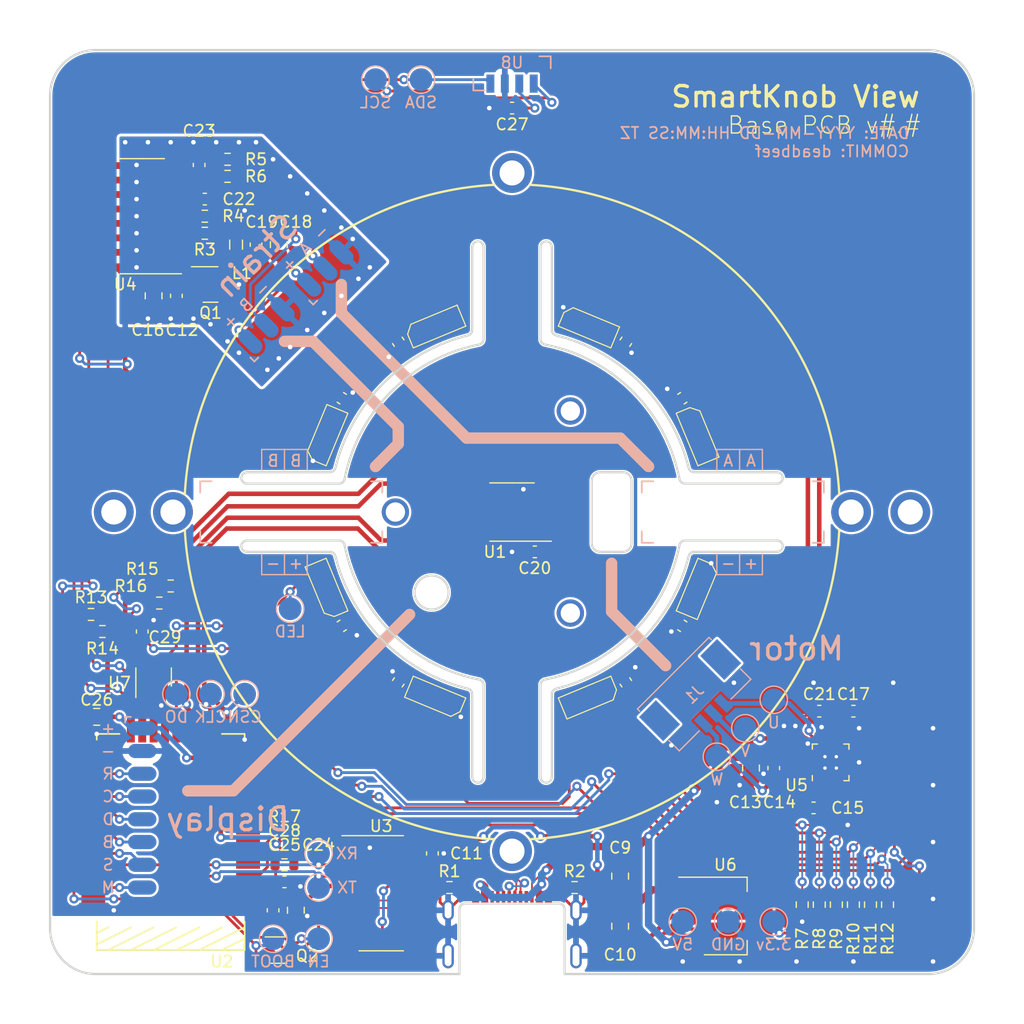
<source format=kicad_pcb>
(kicad_pcb (version 20211014) (generator pcbnew)
  (layers (0 "F.Cu" signal) (31 "B.Cu" signal) (34 "B.Paste" user) (35 "F.Paste" user) (36 "B.SilkS" user "B.Silkscreen") (37 "F.SilkS" user "F.Silkscreen") (38 "B.Mask" user) (39 "F.Mask" user) (44 "Edge.Cuts" user))
  (property "COMMIT_DATE_LONG" "YYYY-MM-DD HH:MM:SS TZ")
  (property "COMMIT_HASH" "deadbeef")
  (property "RELEASE_VERSION" "v#.#")
  (net 0 "")
  (net 1 "GND")
  (net 2 "+5V")
  (net 3 "Net-(D1-Pad3)")
  (net 4 "Net-(D2-Pad3)")
  (net 5 "Net-(D3-Pad3)")
  (net 6 "Net-(D4-Pad3)")
  (net 7 "Net-(D5-Pad3)")
  (net 8 "Net-(D6-Pad3)")
  (net 9 "Net-(D7-Pad3)")
  (net 10 "/USB_CC1")
  (net 11 "/USB_D-")
  (net 12 "/USB_D+")
  (net 13 "/USB_CC2")
  (net 14 "+3V3")
  (net 15 "Net-(C15-Pad2)")
  (net 16 "/STRAIN_E+")
  (net 17 "Net-(C21-Pad1)")
  (net 18 "Net-(C22-Pad2)")
  (net 19 "Net-(C23-Pad2)")
  (net 20 "Net-(C23-Pad1)")
  (net 21 "Net-(J1-Pad3)")
  (net 22 "Net-(J1-Pad2)")
  (net 23 "Net-(J1-Pad1)")
  (net 24 "Net-(L1-Pad1)")
  (net 25 "Net-(Q1-Pad1)")
  (net 26 "Net-(R3-Pad2)")
  (net 27 "/STRAIN_S-")
  (net 28 "/STRAIN_S+")
  (net 29 "/RTS")
  (net 30 "/DTR")
  (net 31 "/ESP32_EN")
  (net 32 "/ESP32_BOOT")
  (net 33 "/USB_SERIAL_RXI")
  (net 34 "/USB_SERIAL_TXO")
  (net 35 "/LED_DATA_5V")
  (net 36 "/LCD_CMD")
  (net 37 "/LCD_CS")
  (net 38 "/LCD_BACKLIGHT")
  (net 39 "/LCD_DATA")
  (net 40 "/LCD_SCK")
  (net 41 "/LCD_RST")
  (net 42 "/MAG_DO")
  (net 43 "/MAG_CLK")
  (net 44 "/MAG_CSN")
  (net 45 "/STRAIN_DO")
  (net 46 "/STRAIN_SCK")
  (net 47 "/TMC_UH")
  (net 48 "/TMC_VH")
  (net 49 "/TMC_WH")
  (net 50 "/TMC_UL")
  (net 51 "/TMC_WL")
  (net 52 "/TMC_VL")
  (net 53 "/TMC_DIAG")
  (net 54 "/LED_DATA_3V3")
  (net 55 "/SDA")
  (net 56 "/SCL")
  (net 57 "GNDA")
  (footprint "Capacitor_SMD:C_0603_1608Metric" (layer "F.Cu") (at 90 114.967 56.2)
    (fp_text reference "C2" hide)
    (fp_text value "0.1uF")
  )
  (footprint "Holes:MountingHole_M1.6" (layer "F.Cu") (at 105.125427 91.1225)
    (fp_text reference "H3" hide)
    (fp_text value "MotorHole")
  )
  (footprint "Holes:MountingHole_M1.6" (layer "F.Cu") (at 105.125427 108.877499)
    (fp_text reference "H1" hide)
    (fp_text value "MotorHole")
  )
  (footprint "Holes:MountingHole_M1.6" (layer "F.Cu") (at 89.749146 100)
    (fp_text reference "H2" hide)
    (fp_text value "MotorHole")
  )
  (footprint "Holes:MountingHole_2.2mm_M2_ISO7380_Pad_NonVirtual" (layer "F.Cu") (at 100 129.8)
    (fp_text reference "H4" hide)
    (fp_text value "MountHole")
  )
  (footprint "Holes:MountingHole_2.2mm_M2_ISO7380_Pad_NonVirtual" (layer "F.Cu") (at 70.2 100)
    (fp_text reference "H5" hide)
    (fp_text value "MountHole")
  )
  (footprint "Holes:MountingHole_2.2mm_M2_ISO7380_Pad_NonVirtual" (layer "F.Cu") (at 100 70.2)
    (fp_text reference "H6" hide)
    (fp_text value "MountHole")
  )
  (footprint "sk6812:SK6812-SIDE-A" (layer "F.Cu") (at 91.735336 115.248051 -22.5)
    (fp_text reference "D2" hide)
    (fp_text value "SK6812SIDE-A")
  )
  (footprint "Holes:MountingHole_2.2mm_M2_ISO7380_Pad_NonVirtual" (layer "F.Cu") (at 129.8 100)
    (fp_text reference "H7" hide)
    (fp_text value "MountHole")
  )
  (footprint "Capacitor_SMD:C_0603_1608Metric" (layer "F.Cu") (at 85.033 110 33.7)
    (fp_text reference "C1" hide)
    (fp_text value "0.1uF")
  )
  (footprint "sk6812:SK6812-SIDE-A" (layer "F.Cu") (at 83.374 104.938 -67.5)
    (fp_text reference "D1" hide)
    (fp_text value "SK6812SIDE-A")
  )
  (footprint "GCT_USB:USB4510_NoPaste" (layer "F.Cu") (at 100 140.6)
    (fp_text reference "J2")
    (fp_text value "USB_C_Receptacle_USB2.0")
    (fp_line (start -4.62 0) (end -4.62 -5.7) (layer "Edge.Cuts") (width 0.2))
    (fp_line (start -4.12 -6.2) (end 4.12 -6.2) (layer "Edge.Cuts") (width 0.2))
    (fp_line (start 4.62 0) (end 4.62 -5.7) (layer "Edge.Cuts") (width 0.2))
    (fp_arc (start -4.62 -5.7) (mid -4.473553 -6.053553) (end -4.12 -6.2) (layer "Edge.Cuts") (width 0.2))
    (fp_arc (start 4.12 -6.2) (mid 4.473553 -6.053553) (end 4.62 -5.7) (layer "Edge.Cuts") (width 0.2))
  )
  (footprint "Resistor_SMD:R_0603_1608Metric" (layer "F.Cu") (at 94.5 133 180)
    (fp_text reference "R1")
    (fp_text value "5.1k")
  )
  (footprint "Resistor_SMD:R_0603_1608Metric" (layer "F.Cu") (at 105.5 133)
    (fp_text reference "R2")
    (fp_text value "5.1k")
  )
  (footprint "lilygo_micro32:T-Micro32" (layer "F.Cu") (at 76.5 135 180)
    (fp_text reference "U2")
    (fp_text value "T-Micro32_Plus")
  )
  (footprint "Capacitor_SMD:C_0603_1608Metric" (layer "F.Cu") (at 93 130 -90)
    (fp_text reference "C11")
    (fp_text value "0.1uF")
  )
  (footprint "Capacitor_SMD:C_0805_2012Metric" (layer "F.Cu") (at 121 122.5 -90)
    (fp_text reference "C13")
    (fp_text value "22uF")
  )
  (footprint "Capacitor_SMD:C_0603_1608Metric" (layer "F.Cu") (at 123 122.5 -90)
    (fp_text reference "C14")
    (fp_text value "0.1uF")
  )
  (footprint "Capacitor_SMD:C_0603_1608Metric" (layer "F.Cu") (at 126.5 126)
    (fp_text reference "C15")
    (fp_text value "0.1uF")
  )
  (footprint "Capacitor_SMD:C_0805_2012Metric" (layer "F.Cu") (at 68.5 81 -90)
    (fp_text reference "C16")
    (fp_text value "10uF")
  )
  (footprint "Capacitor_SMD:C_0603_1608Metric" (layer "F.Cu") (at 130 117.5)
    (fp_text reference "C17")
    (fp_text value "0.1uF")
  )
  (footprint "Capacitor_SMD:C_0805_2012Metric" (layer "F.Cu") (at 79.5 76.5 90)
    (fp_text reference "C18")
    (fp_text value "10uF")
  )
  (footprint "Capacitor_SMD:C_0603_1608Metric" (layer "F.Cu") (at 73 72.5 180)
    (fp_text reference "C22")
    (fp_text value "0.1uF")
  )
  (footprint "Package_TO_SOT_SMD:SOT-23" (layer "F.Cu") (at 73.5 80)
    (fp_text reference "Q1")
    (fp_text value "MMBT4403")
  )
  (footprint "Resistor_SMD:R_0603_1608Metric" (layer "F.Cu") (at 73 74)
    (fp_text reference "R4")
    (fp_text value "8.2k")
  )
  (footprint "Resistor_SMD:R_0603_1608Metric" (layer "F.Cu") (at 75 70.5)
    (fp_text reference "R5")
    (fp_text value "100")
  )
  (footprint "Capacitor_SMD:C_0805_2012Metric" (layer "F.Cu") (at 63.5 118 180)
    (fp_text reference "C26")
    (fp_text value "10uF")
  )
  (footprint "Package_TO_SOT_SMD:SOT-363_SC-70-6" (layer "F.Cu") (at 79.5 138.5)
    (fp_text reference "Q2")
    (fp_text value "UMH3N")
  )
  (footprint "view_custom:ViewKeepouts3d" (layer "F.Cu") (at 100 100)
    (fp_text reference "Z5" hide)
    (fp_text value "dummy_keepouts")
  )
  (footprint "Package_SO:SOIC-16_3.9x9.9mm_P1.27mm" (layer "F.Cu") (at 88.5 133.5)
    (fp_text reference "U3")
    (fp_text value "CH340C")
  )
  (footprint "Capacitor_SMD:C_0603_1608Metric" (layer "F.Cu") (at 70.5 81 -90)
    (fp_text reference "C12")
    (fp_text value "0.1uF")
  )
  (footprint "Package_TO_SOT_SMD:SOT-23-5" (layer "F.Cu") (at 68.5 114.5 90)
    (fp_text reference "U7")
    (fp_text value "SN74LV1T34DBV")
  )
  (footprint "Capacitor_SMD:C_0603_1608Metric" (layer "F.Cu") (at 90 85.033 -56.3)
    (fp_text reference "C7" hide)
    (fp_text value "0.1uF")
  )
  (footprint "sk6812:SK6812-SIDE-A" (layer "F.Cu") (at 95.062 83.374 -157.5)
    (fp_text reference "D7" hide)
    (fp_text value "SK6812SIDE-A")
  )
  (footprint "sk6812:SK6812-SIDE-A" (layer "F.Cu") (at 84.751949 91.735336 -112.5)
    (fp_text reference "D8" hide)
    (fp_text value "SK6812SIDE-A")
  )
  (footprint "Capacitor_SMD:C_0603_1608Metric" (layer "F.Cu") (at 85.033 90 -33.8)
    (fp_text reference "C8" hide)
    (fp_text value "0.1uF")
  )
  (footprint "Inductor_SMD:L_0805_2012Metric" (layer "F.Cu") (at 75.75 76.5 -90)
    (fp_text reference "L1")
    (fp_text value "3.3uH")
  )
  (footprint "Modified:QFN-20-1EP_3x3mm_P0.4mm_EP1.65x1.65mm_ThermalVias_LargerViaHoles" (layer "F.Cu") (at 128 122 90)
    (fp_text reference "U5")
    (fp_text value "TMC6300")
  )
  (footprint "Capacitor_SMD:C_0603_1608Metric" (layer "F.Cu") (at 100 64.5 180)
    (fp_text reference "C27")
    (fp_text value "0.1uF")
  )
  (footprint "Capacitor_SMD:C_0603_1608Metric" (layer "F.Cu") (at 127 117.5 180)
    (fp_text reference "C21")
    (fp_text value "0.1uF")
  )
  (footprint "Resistor_SMD:R_0603_1608Metric" (layer "F.Cu") (at 70 106.5 180)
    (fp_text reference "R16")
    (fp_text value "2.2k")
  )
  (footprint "Package_SO:SOIC-8_3.9x4.9mm_P1.27mm" (layer "F.Cu") (at 100 100 180)
    (fp_text reference "U1")
    (fp_text value "MT6701-CT")
  )
  (footprint "Capacitor_SMD:C_0603_1608Metric" (layer "F.Cu") (at 102 103.5 180)
    (fp_text reference "C20")
    (fp_text value "0.1uF")
  )
  (footprint "Capacitor_SMD:C_0603_1608Metric" (layer "F.Cu") (at 67.5 110.5 90)
    (fp_text reference "C29")
    (fp_text value "0.1uF")
  )
  (footprint "Resistor_SMD:R_0603_1608Metric" (layer "F.Cu") (at 69 108)
    (fp_text reference "R15")
    (fp_text value "2.2k")
  )
  (footprint "Resistor_SMD:R_0603_1608Metric" (layer "F.Cu") (at 64 110.5 180)
    (fp_text reference "R14")
    (fp_text value "2.2k")
  )
  (footprint "Resistor_SMD:R_0603_1608Metric" (layer "F.Cu") (at 63 109 180)
    (fp_text reference "R13")
    (fp_text value "2.2k")
  )
  (footprint "Package_SO:SOIC-16_3.9x9.9mm_P1.27mm" (layer "F.Cu") (at 67.5 74 180)
    (fp_text reference "U4")
    (fp_text value "HX711")
  )
  (footprint "Resistor_SMD:R_0603_1608Metric" (layer "F.Cu") (at 75 69 180)
    (fp_text reference "R6")
    (fp_text value "100")
  )
  (footprint "Capacitor_SMD:C_0603_1608Metric" (layer "F.Cu") (at 77.5 76.5 90)
    (fp_text reference "C19")
    (fp_text value "0.1uF")
  )
  (footprint "Resistor_SMD:R_0603_1608Metric" (layer "F.Cu") (at 73 75.5 180)
    (fp_text reference "R3")
    (fp_text value "10k")
  )
  (footprint "Capacitor_SMD:C_0603_1608Metric" (layer "F.Cu") (at 72.5 69.5 -90)
    (fp_text reference "C23")
    (fp_text value "0.1uF")
  )
  (footprint "Resistor_SMD:R_0603_1608Metric" (layer "F.Cu") (at 125.5 134.5 -90)
    (fp_text reference "R7")
    (fp_text value "10k")
  )
  (footprint "Resistor_SMD:R_0603_1608Metric" (layer "F.Cu") (at 127 134.5 -90)
    (fp_text reference "R8")
    (fp_text value "10k")
  )
  (footprint "Resistor_SMD:R_0603_1608Metric" (layer "F.Cu") (at 133 134.5 -90)
    (fp_text reference "R12")
    (fp_text value "10k")
  )
  (footprint "Resistor_SMD:R_0603_1608Metric" (layer "F.Cu") (at 128.5 134.5 -90)
    (fp_text reference "R9")
    (fp_text value "10k")
  )
  (footprint "Resistor_SMD:R_0603_1608Metric" (layer "F.Cu") (at 130 134.5 -90)
    (fp_text reference "R10")
    (fp_text value "10k")
  )
  (footprint "Resistor_SMD:R_0603_1608Metric" (layer "F.Cu") (at 131.5 134.5 -90)
    (fp_text reference "R11")
    (fp_text value "10k")
  )
  (footprint "Resistor_SMD:R_0603_1608Metric" (layer "F.Cu") (at 80 131 180)
    (fp_text reference "R17")
    (fp_text value "10k")
  )
  (footprint "Capacitor_SMD:C_0603_1608Metric" (layer "F.Cu") (at 80 132.5)
    (fp_text reference "C28")
    (fp_text value "1uF")
  )
  (footprint "Capacitor_SMD:C_0603_1608Metric" (layer "F.Cu") (at 79 135 -90)
    (fp_text reference "C25")
    (fp_text value "0.1uF")
  )
  (footprint "Capacitor_SMD:C_0805_2012Metric" (layer "F.Cu") (at 109.5 136.4 90)
    (fp_text reference "C10")
    (fp_text value "10uF")
  )
  (footprint "Capacitor_SMD:C_0805_2012Metric" (layer "F.Cu") (at 109.5 132 -90)
    (fp_text reference "C9")
    (fp_text value "10uF")
  )
  (footprint "BOM_Only:bom_only_no_pin" (layer "F.Cu") (at 120.4 71.8)
    (fp_text reference "Z6")
    (fp_text value "RotorScrew (BOM-only)")
  )
  (footprint "BOM_Only:bom_only_no_pin" (layer "F.Cu") (at 121.9 71.8)
    (fp_text reference "Z7")
    (fp_text value "RotorScrew (BOM-only)")
  )
  (footprint "BOM_Only:bom_only_no_pin" (layer "F.Cu") (at 123.4 71.8)
    (fp_text reference "Z8")
    (fp_text value "RotorScrew (BOM-only)")
  )
  (footprint "BOM_Only:bom_only_no_pin" (layer "F.Cu") (at 120.4 71.8)
    (fp_text reference "Z9")
    (fp_text value "WatchGlass39.5mm")
  )
  (footprint "BOM_Only:bom_only_no_pin" (layer "F.Cu") (at 121.9 71.8)
    (fp_text reference "Z10")
    (fp_text value "BLDCMotor")
  )
  (footprint "Holes:MountingHole_2.2mm_M2_ISO7380_Pad_NonVirtual" (layer "F.Cu") (at 135 100)
    (fp_text reference "H8" hide)
    (fp_text value "AlignmentHole")
  )
  (footprint "Holes:MountingHole_2.2mm_M2_ISO7380_Pad_NonVirtual" (layer "F.Cu") (at 65 100)
    (fp_text reference "H9" hide)
    (fp_text value "AlignmentHole")
  )
  (footprint "Capacitor_SMD:C_0805_2012Metric" (layer "F.Cu") (at 81 135 -90)
    (fp_text reference "C24")
    (fp_text value "10uF")
  )
  (footprint "Capacitor_SMD:C_0603_1608Metric" (layer "F.Cu") (at 114.967 90 -146.3)
    (fp_text reference "C5" hide)
    (fp_text value "0.1uF")
  )
  (footprint "sk6812:SK6812-SIDE-A" (layer "F.Cu") (at 116.626 95.062 112.5)
    (fp_text reference "D5" hide)
    (fp_text value "SK6812SIDE-A")
  )
  (footprint "Package_TO_SOT_SMD:SOT-223-3_TabPin2" (layer "F.Cu") (at 118.75 135.5)
    (fp_text reference "U6")
    (fp_text value "TS1117BCW33_RPG")
  )
  (footprint "Capacitor_SMD:C_0603_1608Metric" (layer "F.Cu") (at 110 114.967 123.7)
    (fp_text reference "C3" hide)
    (fp_text value "0.1uF")
  )
  (footprint "Capacitor_SMD:C_0603_1608Metric" (layer "F.Cu") (at 110 85.033 -123.8)
    (fp_text reference "C6" hide)
    (fp_text value "0.1uF")
  )
  (footprint "sk6812:SK6812-SIDE-A" (layer "F.Cu") (at 108.264664 84.751949 157.5)
    (fp_text reference "D6" hide)
    (fp_text value "SK6812SIDE-A")
  )
  (footprint "sk6812:SK6812-SIDE-A" (layer "F.Cu") (at 115.248051 108.264664 67.5)
    (fp_text reference "D4" hide)
    (fp_text value "SK6812SIDE-A")
  )
  (footprint "Capacitor_SMD:C_0603_1608Metric" (layer "F.Cu") (at 114.967 110 146.2)
    (fp_text reference "C4" hide)
    (fp_text value "0.1uF")
  )
  (footprint "sk6812:SK6812-SIDE-A" (layer "F.Cu") (at 104.938 116.626 22.5)
    (fp_text reference "D3" hide)
    (fp_text value "SK6812SIDE-A")
  )
  (footprint "strain:BF350-3AA" (layer "B.Cu") (at 76.8 100 -90)
    (fp_text reference "Z4")
    (fp_text value "BF350-3AA Strain Gauge")
  )
  (footprint "strain:BF350-3AA" (layer "B.Cu") (at 115.6 100 -90)
    (fp_text reference "Z1")
    (fp_text value "BF350-3AA Strain Gauge")
  )
  (footprint "strain:BF350-3AA" (layer "B.Cu") (at 84.4 100 90)
    (fp_text reference "Z3")
    (fp_text value "BF350-3AA Strain Gauge")
  )
  (footprint "SolderPads:SolderPads_2mm_8" (layer "B.Cu") (at 67.5 119 -90)
    (fp_text reference "J3" hide)
    (fp_text value "LCD")
  )
  (footprint "SolderPads:SolderPads_2mm_3_STRAIN" (layer "B.Cu") (at 82.171573 80 45)
    (fp_text reference "J4" hide)
    (fp_text value "A")
  )
  (footprint "strain:BF350-3AA" (layer "B.Cu") (at 123.2 100 90)
    (fp_text reference "Z2")
    (fp_text value "BF350-3AA Strain Gauge")
  )
  (footprint "VEML7700:VEML7700-TOP" (layer "B.Cu") (at 100 61 180)
    (fp_text reference "U8")
    (fp_text value "VEML7700")
  )
  (footprint "SolderPads:SolderPads_2mm_3_STRAIN" (layer "B.Cu") (at 77 85 45)
    (fp_text reference "J5" hide)
    (fp_text value "B")
  )
  (footprint "Molex:532610371" (layer "B.Cu") (at 116.816 118.584 45)
    (fp_text reference "J1")
    (fp_text value "BLDC")
  )
  (footprint "Modified:TestPoint_Pad_D2.0mm_ValueSilk" (layer "B.Cu") (at 115 136)
    (fp_text reference "TP1" hide)
    (fp_text value "5V" hide)
  )
  (footprint "Modified:TestPoint_Pad_D2.0mm_ValueSilk" (layer "B.Cu") (at 123 136)
    (fp_text reference "TP2" hide)
    (fp_text value "3.3v" hide)
  )
  (footprint "Modified:TestPoint_Pad_D2.0mm_ValueSilk" (layer "B.Cu") (at 119 136)
    (fp_text reference "TP3" hide)
    (fp_text value "GND" hide)
  )
  (footprint "Modified:TestPoint_Pad_D2.0mm_ValueSilk" (layer "B.Cu") (at 92 62)
    (fp_text reference "TP4" hide)
    (fp_text value "SDA" hide)
  )
  (footprint "Modified:TestPoint_Pad_D2.0mm_ValueSilk" (layer "B.Cu") (at 88 62)
    (fp_text reference "TP5" hide)
    (fp_text value "SCL" hide)
  )
  (footprint "Modified:TestPoint_Pad_D2.0mm_ValueSilk" (layer "B.Cu") (at 123 116.5)
    (fp_text reference "TP6" hide)
    (fp_text value "U" hide)
  )
  (footprint "Modified:TestPoint_Pad_D2.0mm_ValueSilk" (layer "B.Cu") (at 120.5 119)
    (fp_text reference "TP7" hide)
    (fp_text value "V" hide)
  )
  (footprint "Modified:TestPoint_Pad_D2.0mm_ValueSilk" (layer "B.Cu") (at 118 121.5)
    (fp_text reference "TP8" hide)
    (fp_text value "W" hide)
  )
  (footprint "Modified:TestPoint_Pad_D2.0mm_ValueSilk" (layer "B.Cu") (at 76.5 116)
    (fp_text reference "TP9" hide)
    (fp_text value "CSN" hide)
  )
  (footprint "Modified:TestPoint_Pad_D2.0mm_ValueSilk" (layer "B.Cu") (at 70.5 116)
    (fp_text reference "TP11" hide)
    (fp_text value "DO" hide)
  )
  (footprint "Modified:TestPoint_Pad_D2.0mm_ValueSilk" (layer "B.Cu") (at 80.5 108.5)
    (fp_text reference "TP12" hide)
    (fp_text value "LED" hide)
  )
  (footprint "Modified:TestPoint_Pad_D2.0mm_ValueSilk" (layer "B.Cu") (at 73.5 116)
    (fp_text reference "TP10" hide)
    (fp_text value "CLK" hide)
  )
  (footprint "Modified:TestPoint_Pad_D2.0mm_ValueSilk" (layer "B.Cu") (at 83 137.5)
    (fp_text reference "TP13" hide)
    (fp_text value "EN" hide)
  )
  (footprint "Modified:TestPoint_Pad_D2.0mm_ValueSilk" (layer "B.Cu") (at 79 137.5)
    (fp_text reference "TP14" hide)
    (fp_text value "BOOT" hide)
  )
  (footprint "Modified:TestPoint_Pad_D2.0mm_ValueSilk" (layer "B.Cu") (at 83 133 180)
    (fp_text reference "TP15" hide)
    (fp_text value "TX" hide)
  )
  (footprint "Modified:TestPoint_Pad_D2.0mm_ValueSilk" (layer "B.Cu") (at 83 130 180)
    (fp_text reference "TP16" hide)
    (fp_text value "RX" hide)
  )
  (footprint "NetTie:NetTie-2_SMD_Pad0.5mm" (layer "B.Cu") (at 66 83.6 -90)
    (fp_text reference "NT1" hide)
    (fp_text value "NetTie_2")
  )
  (gr_line (start 78 96.3) (end 78 94.5) (layer "B.SilkS") (width 0.12))
  (gr_line (start 78 103.7) (end 78 105.5) (layer "B.SilkS") (width 0.12))
  (gr_line (start 80 96.3) (end 80 94.5) (layer "B.SilkS") (width 0.12))
  (gr_line (start 82 105.5) (end 82 103.7) (layer "B.SilkS") (width 0.12))
  (gr_line (start 78 105.5) (end 82 105.5) (layer "B.SilkS") (width 0.12))
  (gr_line (start 78 94.5) (end 82 94.5) (layer "B.SilkS") (width 0.12))
  (gr_line (start 82 94.5) (end 82 96.3) (layer "B.SilkS") (width 0.12))
  (gr_line (start 80 105.5) (end 80 103.7) (layer "B.SilkS") (width 0.12))
  (gr_line (start 90 94) (end 90 92.5) (layer "B.SilkS") (width 1))
  (gr_line (start 96 93.5) (end 85 82.5) (layer "B.SilkS") (width 1))
  (gr_line (start 75.5 124.5) (end 71.5 124.5) (layer "B.SilkS") (width 1))
  (gr_line (start 118 96.3) (end 118 94.5) (layer "B.SilkS") (width 0.12))
  (gr_line (start 118 94.5) (end 122 94.5) (layer "B.SilkS") (width 0.12))
  (gr_line (start 88 96) (end 90 94) (layer "B.SilkS") (width 1))
  (gr_line (start 122 94.5) (end 122 96.3) (layer "B.SilkS") (width 0.12))
  (gr_line (start 109.5 93.5) (end 96 93.5) (layer "B.SilkS") (width 1))
  (gr_line (start 90 92.5) (end 82.5 85) (layer "B.SilkS") (width 1))
  (gr_line (start 112 96) (end 109.5 93.5) (layer "B.SilkS") (width 1))
  (gr_line (start 108.75 104.5) (end 108.75 108.75) (layer "B.SilkS") (width 1))
  (gr_line (start 120 96.3) (end 120 94.5) (layer "B.SilkS") (width 0.12))
  (gr_line (start 108.75 108.75) (end 113.5 113.5) (layer "B.SilkS") (width 1))
  (gr_line (start 118 103.7) (end 118 105.5) (layer "B.SilkS") (width 0.12))
  (gr_line (start 122 105.5) (end 122 103.7) (layer "B.SilkS") (width 0.12))
  (gr_line (start 85 82.5) (end 85 80) (layer "B.SilkS") (width 1))
  (gr_line (start 120 105.5) (end 120 103.7) (layer "B.SilkS") (width 0.12))
  (gr_line (start 91 109) (end 75.5 124.5) (layer "B.SilkS") (width 1))
  (gr_line (start 82.5 85) (end 80 85) (layer "B.SilkS") (width 1))
  (gr_line (start 118 105.5) (end 122 105.5) (layer "B.SilkS") (width 0.12))
  (gr_arc (start 98.452153 128.758375) (mid 79.64214 120.371488) (end 71.242667 101.567092) (layer "F.SilkS") (width 0.2))
  (gr_arc (start 128.758375 101.547847) (mid 120.371488 120.35786) (end 101.567092 128.757333) (layer "F.SilkS") (width 0.2))
  (gr_arc (start 101.547847 71.241625) (mid 120.35786 79.628512) (end 128.757333 98.432908) (layer "F.SilkS") (width 0.2))
  (gr_arc (start 71.241625 98.452153) (mid 79.628512 79.64214) (end 98.432908 71.242667) (layer "F.SilkS") (width 0.2))
  (gr_line (start 84.793094 102.499999) (end 76.709801 102.499999) (layer "Edge.Cuts") (width 0.2))
  (gr_line (start 96.5 116.00781) (end 96.5 123.290199) (layer "Edge.Cuts") (width 0.2))
  (gr_line (start 97.5 123.290199) (end 97.500001 115.206906) (layer "Edge.Cuts") (width 0.2))
  (gr_arc (start 103.499999 116.00781) (mid 103.605914 115.700081) (end 103.878787 115.522725) (layer "Edge.Cuts") (width 0.2))
  (gr_arc (start 97.5 123.290199) (mid 97 123.790199) (end 96.5 123.290199) (layer "Edge.Cuts") (width 0.2))
  (gr_arc (start 114.71636 102.903226) (mid 110.606601 110.606601) (end 102.903225 114.71636) (layer "Edge.Cuts") (width 0.2))
  (gr_arc (start 114.716361 102.903226) (mid 114.889406 102.613745) (end 115.206906 102.5) (layer "Edge.Cuts") (width 0.2))
  (gr_arc (start 115.522725 103.878788) (mid 111.313708 111.313709) (end 103.878787 115.522725) (layer "Edge.Cuts") (width 0.2))
  (gr_arc (start 110.499999 102.75) (mid 110.280329 103.28033) (end 109.749999 103.5) (layer "Edge.Cuts") (width 0.2))
  (gr_arc (start 115.522726 103.878787) (mid 115.700082 103.605915) (end 116.00781 103.5) (layer "Edge.Cuts") (width 0.2))
  (gr_line (start 110.499999 102.75) (end 110.499999 97.250001) (layer "Edge.Cuts") (width 0.2))
  (gr_arc (start 123.290199 96.500001) (mid 123.790199 97.000001) (end 123.290199 97.500001) (layer "Edge.Cuts") (width 0.2))
  (gr_arc (start 103.499999 123.290199) (mid 102.999999 123.790199) (end 102.499999 123.290199) (layer "Edge.Cuts") (width 0.2))
  (gr_line (start 103.499999 123.290199) (end 103.499999 116.00781) (layer "Edge.Cuts") (width 0.2))
  (gr_arc (start 109.749999 96.500001) (mid 110.280329 96.719671) (end 110.499999 97.250001) (layer "Edge.Cuts") (width 0.2))
  (gr_line (start 109.749999 96.500001) (end 107.749999 96.500001) (layer "Edge.Cuts") (width 0.2))
  (gr_arc (start 106.999999 97.250001) (mid 107.219669 96.719671) (end 107.749999 96.500001) (layer "Edge.Cuts") (width 0.2))
  (gr_line (start 106.999999 97.250001) (end 106.999999 102.75) (layer "Edge.Cuts") (width 0.2))
  (gr_circle (center 92.928933 107.071067) (end 94.428933 107.071067) (layer "Edge.Cuts") (width 0.2) (fill none))
  (gr_line (start 116.00781 103.5) (end 123.290199 103.5) (layer "Edge.Cuts") (width 0.2))
  (gr_arc (start 107.749999 103.5) (mid 107.219669 103.28033) (end 106.999999 102.75) (layer "Edge.Cuts") (width 0.2))
  (gr_arc (start 102.903226 85.28364) (mid 110.606601 89.393399) (end 114.71636 97.096775) (layer "Edge.Cuts") (width 0.2))
  (gr_line (start 115.206906 97.500001) (end 123.290199 97.500001) (layer "Edge.Cuts") (width 0.2))
  (gr_arc (start 96.121212 115.522725) (mid 88.686291 111.313708) (end 84.477275 103.878787) (layer "Edge.Cuts") (width 0.2))
  (gr_arc (start 115.206906 97.500002) (mid 114.889405 97.386257) (end 114.71636 97.096775) (layer "Edge.Cuts") (width 0.2))
  (gr_arc (start 102.499998 115.206906) (mid 102.613743 114.889405) (end 102.903225 114.71636) (layer "Edge.Cuts") (width 0.2))
  (gr_arc (start 140.6 136.599999) (mid 139.428427 139.428426) (end 136.6 140.599999) (layer "Edge.Cuts") (width 0.2))
  (gr_line (start 123.290199 102.5) (end 115.206906 102.5) (layer "Edge.Cuts") (width 0.2))
  (gr_arc (start 76.709801 103.499999) (mid 76.209801 102.999999) (end 76.709801 102.499999) (layer "Edge.Cuts") (width 0.2))
  (gr_arc (start 97.096774 114.71636) (mid 89.393399 110.606601) (end 85.28364 102.903225) (layer "Edge.Cuts") (width 0.2))
  (gr_arc (start 83.99219 103.499999) (mid 84.299919 103.605914) (end 84.477275 103.878787) (layer "Edge.Cuts") (width 0.2))
  (gr_arc (start 97.096774 114.71636) (mid 97.386256 114.889405) (end 97.500001 115.206906) (layer "Edge.Cuts") (width 0.2))
  (gr_line (start 76.709801 103.499999) (end 83.99219 103.499999) (layer "Edge.Cuts") (width 0.2))
  (gr_line (start 102.499999 115.206906) (end 102.499999 123.290199) (layer "Edge.Cuts") (width 0.2))
  (gr_arc (start 84.793094 102.499998) (mid 85.110595 102.613743) (end 85.28364 102.903225) (layer "Edge.Cuts") (width 0.2))
  (gr_line (start 107.749999 103.5) (end 109.749999 103.5) (layer "Edge.Cuts") (width 0.2))
  (gr_arc (start 102.903226 85.283639) (mid 102.613745 85.110594) (end 102.5 84.793094) (layer "Edge.Cuts") (width 0.2))
  (gr_line (start 123.290199 96.500001) (end 116.00781 96.500001) (layer "Edge.Cuts") (width 0.2))
  (gr_arc (start 123.290199 102.5) (mid 123.790199 103) (end 123.290199 103.5) (layer "Edge.Cuts") (width 0.2))
  (gr_arc (start 96.121213 115.522726) (mid 96.394085 115.700082) (end 96.5 116.00781) (layer "Edge.Cuts") (width 0.2))
  (gr_arc (start 59.400001 63.4) (mid 60.571574 60.571573) (end 63.400001 59.4) (layer "Edge.Cuts") (width 0.2))
  (gr_arc (start 136.6 59.4) (mid 139.428427 60.571573) (end 140.6 63.4) (layer "Edge.Cuts") (width 0.2))
  (gr_line (start 59.400001 136.599999) (end 59.400001 63.4) (layer "Edge.Cuts") (width 0.2))
  (gr_line (start 136.6 140.599999) (end 104.619999 140.6) (layer "Edge.Cuts") (width 0.2))
  (gr_line (start 95.38 140.6) (end 63.400001 140.599999) (layer "Edge.Cuts") (width 0.2))
  (gr_arc (start 63.400001 140.599999) (mid 60.571574 139.428426) (end 59.400001 136.599999) (layer "Edge.Cuts") (width 0.2))
  (gr_line (start 140.6 63.4) (end 140.6 136.599999) (layer "Edge.Cuts") (width 0.2))
  (gr_line (start 63.400001 59.4) (end 136.6 59.4) (layer "Edge.Cuts") (width 0.2))
  (gr_arc (start 97.500002 84.793094) (mid 97.386257 85.110595) (end 97.096775 85.28364) (layer "Edge.Cuts") (width 0.2))
  (gr_arc (start 103.878788 84.477275) (mid 111.313709 88.686292) (end 115.522725 96.121213) (layer "Edge.Cuts") (width 0.2))
  (gr_arc (start 103.878787 84.477274) (mid 103.605915 84.299918) (end 103.5 83.99219) (layer "Edge.Cuts") (width 0.2))
  (gr_arc (start 102.5 76.709801) (mid 103 76.209801) (end 103.5 76.709801) (layer "Edge.Cuts") (width 0.2))
  (gr_line (start 83.99219 96.5) (end 76.709801 96.5) (layer "Edge.Cuts") (width 0.2))
  (gr_line (start 102.5 76.709801) (end 102.5 84.793094) (layer "Edge.Cuts") (width 0.2))
  (gr_arc (start 116.00781 96.500001) (mid 115.700081 96.394086) (end 115.522725 96.121213) (layer "Edge.Cuts") (width 0.2))
  (gr_arc (start 85.28364 97.096774) (mid 89.393399 89.393399) (end 97.096775 85.28364) (layer "Edge.Cuts") (width 0.2))
  (gr_line (start 96.500001 76.709801) (end 96.500001 83.99219) (layer "Edge.Cuts") (width 0.2))
  (gr_line (start 103.5 83.99219) (end 103.5 76.709801) (layer "Edge.Cuts") (width 0.2))
  (gr_line (start 76.709801 97.5) (end 84.793094 97.5) (layer "Edge.Cuts") (width 0.2))
  (gr_arc (start 96.500001 83.99219) (mid 96.394086 84.299919) (end 96.121213 84.477275) (layer "Edge.Cuts") (width 0.2))
  (gr_arc (start 84.477275 96.121212) (mid 88.686292 88.686291) (end 96.121213 84.477275) (layer "Edge.Cuts") (width 0.2))
  (gr_arc (start 76.709801 97.5) (mid 76.209801 97) (end 76.709801 96.5) (layer "Edge.Cuts") (width 0.2))
  (gr_arc (start 85.283638 97.096775) (mid 85.110593 97.386256) (end 84.793094 97.5) (layer "Edge.Cuts") (width 0.2))
  (gr_line (start 97.500001 84.793094) (end 97.500001 76.709801) (layer "Edge.Cuts") (width 0.2))
  (gr_arc (start 96.500001 76.709801) (mid 97.000001 76.209801) (end 97.500001 76.709801) (layer "Edge.Cuts") (width 0.2))
  (gr_arc (start 84.477274 96.121213) (mid 84.299918 96.394085) (end 83.99219 96.5) (layer "Edge.Cuts") (width 0.2))
  (gr_text "B" (at 79 95.5) (layer "B.SilkS") (effects (font (size 1 1)) (justify mirror)))
  (gr_text "B" (at 81 95.5) (layer "B.SilkS") (effects (font (size 1 1)) (justify mirror)))
  (gr_text "-" (at 79 104.5) (layer "B.SilkS") (effects (font (size 1 1)) (justify mirror)))
  (gr_text "+" (at 81 104.5) (layer "B.SilkS") (effects (font (size 1 1)) (justify mirror)))
  (gr_text "Motor" (at 125 112) (layer "B.SilkS") (effects (font (size 2 2) (thickness 0.3)) (justify mirror)))
  (gr_text "Display" (at 75 127) (layer "B.SilkS") (effects (font (size 2 2) (thickness 0.3)) (justify mirror)))
  (gr_text "S" (at 64.5 131) (layer "B.SilkS") (effects (font (size 1 1)) (justify mirror)))
  (gr_text "C" (at 64.5 125) (layer "B.SilkS") (effects (font (size 1 1)) (justify mirror)))
  (gr_text "M" (at 64.5 133) (layer "B.SilkS") (effects (font (size 1 1)) (justify mirror)))
  (gr_text "DATE: ${COMMIT_DATE_LONG}\nCOMMIT: ${COMMIT_HASH}\n" (at 135 67.5) (layer "B.SilkS") (effects (font (size 1 1)) (justify left mirror)))
  (gr_text "+" (at 121 104.5) (layer "B.SilkS") (effects (font (size 1 1)) (justify mirror)))
  (gr_text "A" (at 121 95.5) (layer "B.SilkS") (effects (font (size 1 1)) (justify mirror)))
  (gr_text "+" (at 64.5 119) (layer "B.SilkS") (effects (font (size 1 1)) (justify mirror)))
  (gr_text "R" (at 64.5 123) (layer "B.SilkS") (effects (font (size 1 1)) (justify mirror)))
  (gr_text "B" (at 64.5 129) (layer "B.SilkS") (effects (font (size 1 1)) (justify mirror)))
  (gr_text "A" (at 119 95.5) (layer "B.SilkS") (effects (font (size 1 1)) (justify mirror)))
  (gr_text "-" (at 119 104.5) (layer "B.SilkS") (effects (font (size 1 1)) (justify mirror)))
  (gr_text "D" (at 64.5 127) (layer "B.SilkS") (effects (font (size 1 1)) (justify mirror)))
  (gr_text "-" (at 64.5 121) (layer "B.SilkS") (effects (font (size 1 1)) (justify mirror)))
  (gr_text "Strain" (at 77.5 77.5 45) (layer "B.SilkS") (effects (font (size 2 2) (thickness 0.3)) (justify mirror)))
  (gr_text "Base PCB ${RELEASE_VERSION}" (at 136 66) (layer "F.SilkS") (effects (font (size 1.5 1.5) (thickness 0.12)) (justify right)))
  (gr_text "SmartKnob View" (at 136 63.5) (layer "F.SilkS") (effects (font (size 1.8 1.8) (thickness 0.3)) (justify right)))
  (segment (start 104.938698 82.438698) (end 104.5 82) (width 0.25) (layer "F.Cu") (net 1))
  (segment (start 114.322987 109.568871) (end 114.322987 110.177013) (width 0.25) (layer "F.Cu") (net 1))
  (segment (start 104.938698 83.374289) (end 104.938698 82.438698) (width 0.25) (layer "F.Cu") (net 1))
  (segment (start 114.322987 110.177013) (end 114 110.5) (width 0.25) (layer "F.Cu") (net 1))
  (segment (start 108.263966 115.24834) (end 108.643892 115.24834) (width 0.25) (layer "F.Cu") (net 1))
  (segment (start 108.643892 115.24834) (end 109.569996 114.322236) (width 0.25) (layer "F.Cu") (net 1))
  (segment (start 110.145089 114.322236) (end 110.828626 113.638699) (width 0.25) (layer "F.Cu") (net 1))
  (segment (start 109.569996 114.322236) (end 110.145089 114.322236) (width 0.25) (layer "F.Cu") (net 1))
  (segment (start 101.095 98.095) (end 101 98) (width 0.25) (layer "F.Cu") (net 1))
  (segment (start 101.225 103.5) (end 100 103.5) (width 0.25) (layer "F.Cu") (net 1))
  (segment (start 102.475 98.095) (end 101.095 98.095) (width 0.25) (layer "F.Cu") (net 1))
  (segment (start 62.55 118) (end 62.55 118.55) (width 0.65) (layer "F.Cu") (net 1))
  (segment (start 111.25 134.25) (end 110.8 134.25) (width 0.65) (layer "F.Cu") (net 1))
  (segment (start 95.061302 116.625711) (end 95.061302 117.561302) (width 0.25) (layer "F.Cu") (net 1))
  (segment (start 93 130.775) (end 93.225 130.775) (width 0.25) (layer "F.Cu") (net 1))
  (segment (start 89.854911 85.677764) (end 89.171374 86.361301) (width 0.25) (layer "F.Cu") (net 1))
  (segment (start 81 135.95) (end 81.55 135.95) (width 0.25) (layer "F.Cu") (net 1))
  (segment (start 69.45 116.72501) (end 69.17501 117) (width 0.25) (layer "F.Cu") (net 1))
  (segment (start 93.675 133) (end 93.675 134.295) (width 0.25) (layer "F.Cu") (net 1))
  (segment (start 89.822987 114.322987) (end 89.5 114) (width 0.25) (layer "F.Cu") (net 1))
  (segment (start 126.225 117.5) (end 126.2 117.5) (width 0.25) (layer "F.Cu") (net 1))
  (segment (start 116.625711 104.938698) (end 117.061302 104.938698) (width 0.25) (layer "F.Cu") (net 1))
  (segment (start 104.47 133.85) (end 105.62 135) (width 0.25) (layer "F.Cu") (net 1))
  (segment (start 117.061302 104.938698) (end 117.5 104.5) (width 0.25) (layer "F.Cu") (net 1))
  (segment (start 114.322236 89.854911) (end 113.638699 89.171374) (width 0.25) (layer "F.Cu") (net 1))
  (segment (start 85.677764 110.145089) (end 86.361301 110.828626) (width 0.25) (layer "F.Cu") (net 1))
  (segment (start 125.5 135.325) (end 133 135.325) (width 0.25) (layer "F.Cu") (net 1))
  (segment (start 95.061302 117.561302) (end 95.5 118) (width 0.25) (layer "F.Cu") (net 1))
  (segment (start 106.325 133) (end 106.325 134.295) (width 0.25) (layer "F.Cu") (net 1))
  (segment (start 91.736034 84.75166) (end 91.356108 84.75166) (width 0.25) (layer "F.Cu") (net 1))
  (segment (start 85.677013 90.431129) (end 85.677013 89.822987) (width 0.25) (layer "F.Cu") (net 1))
  (segment (start 80.825 135.775) (end 81 135.95) (width 0.25) (layer "F.Cu") (net 1))
  (segment (start 120 124) (end 120.45 124) (width 0.65) (layer "F.Cu") (net 1))
  (segment (start 115.24834 91.356108) (end 114.322236 90.430004) (width 0.25) (layer "F.Cu") (net 1))
  (segment (start 126.2 117.5) (end 124.9 118.8) (width 0.25) (layer "F.Cu") (net 1))
  (segment (start 110.8 134.25) (end 109.5 132.95) (width 0.65) (layer "F.Cu") (net 1))
  (segment (start 90.430004 85.677764) (end 89.854911 85.677764) (width 0.25) (layer "F.Cu") (net 1))
  (segment (start 112.3 133.2) (end 111.25 134.25) (width 0.65) (layer "F.Cu") (net 1))
  (segment (start 111.25 134.25) (end 110.7 134.25) (width 0.65) (layer "F.Cu") (net 1))
  (segment (start 125.5 135.325) (end 125.5 136) (width 0.25) (layer "F.Cu") (net 1))
  (segment (start 76.5 135) (end 78.225 135) (width 0.25) (layer "F.Cu") (net 1))
  (segment (start 126.55 122.8) (end 124.025 122.8) (width 0.25) (layer "F.Cu") (net 1))
  (segment (start 96.8 133.85) (end 95.53 133.85) (width 0.25) (layer "F.Cu") (net 1))
  (segment (start 84.75166 108.263966) (end 84.75166 108.643892) (width 0.25) (layer "F.Cu") (net 1))
  (segment (start 126.55 121.2) (end 126.55 120.908226) (width 0.25) (layer "F.Cu") (net 1))
  (segment (start 127.6 119.3) (end 127.6 120.55) (width 0.15) (layer "F.Cu") (net 1))
  (segment (start 81.55 135.95) (end 82 135.5) (width 0.25) (layer "F.Cu") (net 1))
  (segment (start 129.45 121.6) (end 130.1 121.6) (width 0.15) (layer "F.Cu") (net 1))
  (segment (start 86.025 129.055) (end 87.055 129.055) (width 0.25) (layer "F.Cu") (net 1))
  (segment (start 80.775 132.5) (end 81.000001 132.500001) (width 0.25) (layer "F.Cu") (net 1))
  (segment (start 114.322236 90.430004) (end 114.322236 89.854911) (width 0.25) (layer "F.Cu") (net 1))
  (segment (start 63.5 135) (end 65 135) (width 0.25) (layer "F.Cu") (net 1))
  (segment (start 67.775 109.725) (end 68 109.5) (width 0.25) (layer "F.Cu") (net 1))
  (segment (start 68 109.5) (end 68.5 109.5) (width 0.25) (layer "F.Cu") (net 1))
  (segment (start 129.45 122) (end 130.5 122) (width 0.15) (layer "F.Cu") (net 1))
  (segment (start 83.374289 95.061302) (end 82.938698 95.061302) (width 0.25) (layer "F.Cu") (net 1))
  (segment (start 76.5 121) (end 76.5 120) (width 0.25) (layer "F.Cu") (net 1))
  (segment (start 69.45 115.1) (end 69.45 116.72501) (width 0.25) (layer "F.Cu") (net 1))
  (segment (start 93.225 130.775) (end 94 130) (width 0.25) (layer "F.Cu") (net 1))
  (segment (start 126.55 120.908226) (end 125.989142 120.347368) (width 0.25) (layer "F.Cu") (net 1))
  (segment (start 90.431129 114.322987) (end 89.822987 114.322987) (width 0.25) (layer "F.Cu") (net 1))
  (segment (start 115.24834 91.736034) (end 115.24834 91.356108) (width 0.25) (layer "F.Cu") (net 1))
  (segment (start 79 135.775) (end 80.825 135.775) (width 0.25) (layer "F.Cu") (net 1))
  (segment (start 130.1 121.6) (end 130.5 122) (width 0.15) (layer "F.Cu") (net 1))
  (segment (start 130.775 117.5) (end 130.775 118.725) (width 0.25) (layer "F.Cu") (net 1))
  (segment (start 120.45 124) (end 121 123.45) (width 0.65) (layer "F.Cu") (net 1))
  (segment (start 81.000001 132.500001) (end 81.4 132.9) (width 0.25) (layer "F.Cu") (net 1))
  (segment (start 99.225 64.5) (end 98 64.5) (width 0.25) (layer "F.Cu") (net 1))
  (segment (start 122 122.95) (end 121.182458 122.95) (width 0.65) (layer "F.Cu") (net 1))
  (segment (start 91.356108 84.75166) (end 90.430004 85.677764) (width 0.25) (layer "F.Cu") (net 1))
  (segment (start 122.047533 122.997533) (end 122 122.95) (width 0.65) (layer "F.Cu") (net 1))
  (segment (start 127.2 118.9) (end 127.6 119.3) (width 0.15) (layer "F.Cu") (net 1))
  (segment (start 82.938698 95.061302) (end 82.5 95.5) (width 0.25) (layer "F.Cu") (net 1))
  (segment (start 85.677764 109.569996) (end 85.677764 110.145089) (width 0.25) (layer "F.Cu") (net 1))
  (segment (start 106.325 134.295) (end 105.62 135) (width 0.25) (layer "F.Cu") (net 1))
  (segment (start 109.568871 85.677013) (end 110.177013 85.677013) (width 0.25) (layer "F.Cu") (net 1))
  (segment (start 84.75166 108.643892) (end 85.677764 109.569996) (width 0.25) (layer "F.Cu") (net 1))
  (segment (start 85.677013 89.822987) (end 86 89.5) (width 0.25) (layer "F.Cu") (net 1))
  (segment (start 103.2 133.85) (end 104.47 133.85) (width 0.25) (layer "F.Cu") (net 1))
  (segment (start 130.775 118.725) (end 130.5 119) (width 0.25) (layer "F.Cu") (net 1))
  (segment (start 93.675 134.295) (end 94.38 135) (width 0.25) (layer "F.Cu") (net 1))
  (segment (start 124.025 122.8) (end 124 122.775) (width 0.25) (layer "F.Cu") (net 1))
  (segment (start 110.7 134.25) (end 109.5 135.45) (width 0.65) (layer "F.Cu") (net 1))
  (segment (start 87.055 129.055) (end 87.5 129.5) (width 0.25) (layer "F.Cu") (net 1))
  (segment (start 110.177013 85.677013) (end 110.5 86) (width 0.25) (layer "F.Cu") (net 1))
  (segment (start 115.6 133.2) (end 112.3 133.2) (width 0.65) (layer "F.Cu") (net 1))
  (segment (start 62.55 118.55) (end 63.5 119.5) (width 0.65) (layer "F.Cu") (net 1))
  (segment (start 124 122.775) (end 125.9343 122.775) (width 0.4) (layer "F.Cu") (net 1))
  (segment (start 78.225 135) (end 79 135.775) (width 0.25) (layer "F.Cu") (net 1))
  (segment (start 95.53 133.85) (end 94.38 135) (width 0.25) (layer "F.Cu") (net 1))
  (via (at 117.5 104.5) (size 0.8) (drill 0.4) (layers "F.Cu" "B.Cu") (net 1))
  (via (at 114 110.5) (size 0.8) (drill 0.4) (layers "F.Cu" "B.Cu") (net 1))
  (via (at 110.828626 113.638699) (size 0.8) (drill 0.4) (layers "F.Cu" "B.Cu") (net 1))
  (via (at 100 103.5) (size 0.8) (drill 0.4) (layers "F.Cu" "B.Cu") (net 1))
  (via (at 101 98) (size 0.8) (drill 0.4) (layers "F.Cu" "B.Cu") (net 1))
  (via (at 94 130) (size 0.8) (drill 0.4) (layers "F.Cu" "B.Cu") (net 1))
  (via (at 126.5 115) (size 0.8) (drill 0.4) (layers "F.Cu" "B.Cu") (net 1))
  (via (at 82.5 95.5) (size 0.8) (drill 0.4) (layers "F.Cu" "B.Cu") (net 1))
  (via (at 130.5 122) (size 0.8) (drill 0.4) (layers "F.Cu" "B.Cu") (net 1))
  (via (at 127.2 118.9) (size 0.8) (drill 0.4) (layers "F.Cu" "B.Cu") (net 1))
  (via (at 137 139.5) (size 0.8) (drill 0.4) (layers "F.Cu" "B.Cu") (net 1))
  (via (at 125.5 136) (size 0.8) (drill 0.4) (layers "F.Cu" "B.Cu") (net 1))
  (via (at 86.361301 110.828626) (size 0.8) (drill 0.4) (layers "F.Cu" "B.Cu") (net 1))
  (via (at 125 139.5) (size 0.8) (drill 0.4) (layers "F.Cu" "B.Cu") (net 1))
  (via (at 81.4 132.9) (size 0.8) (drill 0.4) (layers "F.Cu" "B.Cu") (net 1))
  (via (at 89.5 114) (size 0.8) (drill 0.4) (layers "F.Cu" "B.Cu") (net 1))
  (via (at 137 129) (size 0.8) (drill 0.4) (layers "F.Cu" "B.Cu") (net 1))
  (via (at 123.9 118.8) (size 0.8) (drill 0.4) (layers "F.Cu" "B.Cu") (net 1))
  (via (at 120 124) (size 0.8) (drill 0.4) (layers "F.Cu" "B.Cu") (net 1))
  (via (at 137 134) (size 0.8) (drill 0.4) (layers "F.Cu" "B.Cu") (net 1))
  (via (at 113.638699 89.171374) (size 0.8) (drill 0.4) (layers "F.Cu" "B.Cu") (net 1))
  (via (at 104.5 82) (size 0.8) (drill 0.4) (layers "F.Cu" "B.Cu") (net 1))
  (via (at 130.5 119) (size 0.8) (drill 0.4) (layers "F.Cu" "B.Cu") (net 1))
  (via (at 87.5 129.5) (size 0.8) (drill 0.4) (layers "F.Cu" "B.Cu") (net 1))
  (via (at 69.17501 117) (size 0.8) (drill 0.4) (layers "F.Cu" "B.Cu") (net 1))
  (via (at 115 139.5) (size 0.8) (drill 0.4) (layers "F.Cu" "B.Cu") (net 1))
  (via (at 118 125.5) (size 0.8) (drill 0.4) (layers "F.Cu" "B.Cu") (net 1))
  (via (at 98 64.5) (size 0.8) (drill 0.4) (layers "F.Cu" "B.Cu") (net 1))
  (via (at 130 139.5) (size 0.8) (drill 0.4) (layers "F.Cu" "B.Cu") (net 1))
  (via (at 133.5 115) (size 0.8) (drill 0.4) (layers "F.Cu" "B.Cu") (net 1))
  (via (at 65 135) (size 0.8) (drill 0.4) (layers "F.Cu" "B.Cu") (net 1))
  (via (at 63.5 119.5) (size 0.8) (drill 0.4) (layers "F.Cu" "B.Cu") (net 1))
  (via (at 120 139.5) (size 0.8) (drill 0.4) (layers "F.Cu" "B.Cu") (net 1))
  (via (at 114 120.5) (size 0.8) (drill 0.4) (layers "F.Cu" "B.Cu") (net 1))
  (via (at 86 89.5) (size 0.8) (drill 0.4) (layers "F.Cu" "B.Cu") (net 1))
  (via (at 68.5 109.5) (size 0.8) (drill 0.4) (layers "F.Cu" "B.Cu") (net 1))
  (via (at 124.9 118.8) (size 0.8) (drill 0.4) (layers "F.Cu" "B.Cu") (net 1))
  (via (at 137 124) (size 0.8) (drill 0.4) (layers "F.Cu" "B.Cu") (net 1))
  (via (at 95.5 118) (size 0.8) (drill 0.4) (layers "F.Cu" "B.Cu") (net 1))
  (via (at 119.5 115) (size 0.8) (drill 0.4) (layers "F.Cu" "B.Cu") (net 1))
  (via (at 89.171374 86.361301) (size 0.8) (drill 0.4) (layers "F.Cu" "B.Cu") (net 1))
  (via (at 110.5 86) (size 0.8) (drill 0.4) (layers "F.Cu" "B.Cu") (net 1))
  (via (at 129.5 127.5) (size 0.8) (drill 0.4) (layers "F.Cu" "B.Cu") (net 1))
  (via (at 82 135.5) (size 0.8) (drill 0.4) (layers "F.Cu" "B.Cu") (net 1))
  (via (at 122.101428 123) (size 0.8) (drill 0.4) (layers "F.Cu" "B.Cu") (net 1))
  (via (at 137 119) (size 0.8) (drill 0.4) (layers "F.Cu" "B.Cu") (net 1))
  (via (at 125.989142 120.347368) (size 0.8) (drill 0.4) (layers "F.Cu" "B.Cu") (net 1))
  (via (at 76.5 120) (size 0.8) (drill 0.4) (layers "F.Cu" "B.Cu") (net 1))
  (segment (start 106.777719 116.701859) (end 109.339909 116.701859) (width 0.25) (layer "F.Cu") (net 2))
  (segment (start 106.185237 116.109377) (end 106.777719 116.701859) (width 0.25) (layer "F.Cu") (net 2))
  (segment (start 109.339909 116.701859) (end 110.430004 115.611764) (width 0.25) (layer "F.Cu") (net 2))
  (segment (start 116.338021 109.704121) (end 116.338021 107.590774) (width 0.25) (layer "F.Cu") (net 2))
  (segment (start 115.611013 110.431129) (end 116.338021 109.704121) (width 0.25) (layer "F.Cu") (net 2))
  (segment (start 110.430004 115.611764) (end 115.610639 110.431129) (width 0.25) (layer "F.Cu") (net 2))
  (segment (start 116.338021 107.590774) (end 115.764674 107.017427) (width 0.25) (layer "F.Cu") (net 2))
  (segment (start 115.610639 110.431129) (end 115.611013 110.431129) (width 0.25) (layer "F.Cu") (net 2))
  (segment (start 67.5 112.85) (end 67.55 112.9) (width 0.25) (layer "F.Cu") (net 2))
  (segment (start 89.568871 115.611013) (end 85.957858 112) (width 0.25) (layer "F.Cu") (net 2))
  (segment (start 93.222281 83.298141) (end 90.660091 83.298141) (width 0.25) (layer "F.Cu") (net 2))
  (segment (start 124.814763 93.814763) (end 116.109377 93.814763) (width 0.4) (layer "F.Cu") (net 2))
  (segment (start 85.957858 112) (end 74.500008 112) (width 0.25) (layer "F.Cu") (net 2))
  (segment (start 125.725 126) (end 121 126) (width 0.25) (layer "F.Cu") (net 2))
  (segment (start 67.5 111.275) (end 67.775 111.275) (width 0.25) (layer "F.Cu") (net 2))
  (segment (start 104.45051 125.599989) (end 105.024999 125.0255) (width 0.25) (layer "F.Cu") (net 2))
  (segment (start 121 126) (end 118.375 123.375) (width 0.25) (layer "F.Cu") (net 2))
  (segment (start 116.109377 93.814763) (end 116.701859 93.222281) (width 0.25) (layer "F.Cu") (net 2))
  (segment (start 92.982573 122.416873) (end 96.165689 125.599989) (width 0.25) (layer "F.Cu") (net 2))
  (segment (start 116.701859 93.222281) (end 116.701859 90.660091) (width 0.25) (layer "F.Cu") (net 2))
  (segment (start 102.4 133.85) (end 102.4 132.9) (width 0.4) (layer "F.Cu") (net 2))
  (segment (start 107.017427 76.717427) (end 103.4 73.1) (width 0.4) (layer "F.Cu") (net 2))
  (segment (start 107.590774 83.661979) (end 107.017427 84.235326) (width 0.25) (layer "F.Cu") (net 2))
  (segment (start 97.415668 132.760666) (end 97.207866 132.760666) (width 0.65) (layer "F.Cu") (net 2))
  (segment (start 84.388987 89.568871) (end 83.661979 90.295879) (width 0.25) (layer "F.Cu") (net 2))
  (segment (start 89.569996 84.388236) (end 84.389361 89.568871) (width 0.25) (layer "F.Cu") (net 2))
  (segment (start 84.389361 89.568871) (end 84.388987 89.568871) (width 0.25) (layer "F.Cu") (net 2))
  (segment (start 83.298141 106.777719) (end 83.298141 109.339909) (width 0.25) (layer "F.Cu") (net 2))
  (segment (start 115.764674 107.017427) (end 123.982573 107.017427) (width 0.4) (layer "F.Cu") (net 2))
  (segment (start 109.92414 118.42414) (end 114.5 123) (width 0.25) (layer "F.Cu") (net 2))
  (segment (start 110.431129 84.389361) (end 110.431129 84.388987) (width 0.25) (layer "F.Cu") (net 2))
  (segment (start 90.660091 83.298141) (end 89.569996 84.388236) (width 0.25) (layer "F.Cu") (net 2))
  (segment (start 67.775 111.275) (end 68.5 112) (width 0.25) (layer "F.Cu") (net 2))
  (segment (start 96.7 73.1) (end 93.814763 75.985237) (width 0.4) (layer "F.Cu") (net 2))
  (segment (start 106.185237 116.109377) (end 108.5 118.42414) (width 0.25) (layer "F.Cu") (net 2))
  (segment (start 110.431129 84.388987) (end 109.704121 83.661979) (width 0.25) (layer "F.Cu") (net 2))
  (segment (start 123.982573 107.017427) (end 127 104) (width 0.4) (layer "F.Cu") (net 2))
  (segment (start 103.00709 131.459231) (end 105.066322 129.399999) (width 0.65) (layer "F.Cu") (net 2))
  (segment (start 97.6 133.85) (end 97.6 132.944998) (width 0.65) (layer "F.Cu") (net 2))
  (segment (start 127 96) (end 124.814763 93.814763) (width 0.4) (layer "F.Cu") (net 2))
  (segment (start 105.024999 125.0255) (end 105.024999 123.775999) (width 0.25) (layer "F.Cu") (net 2))
  (segment (start 127 104) (end 127 96) (width 0.4) (layer "F.Cu") (net 2))
  (segment (start 114.5 123) (end 117.5 123) (width 0.25) (layer "F.Cu") (net 2))
  (segment (start 84.388236 110.430004) (end 89.568871 115.610639) (width 0.25) (layer "F.Cu") (net 2))
  (segment (start 115.611764 89.569996) (end 110.431129 84.389361) (width 0.25) (layer "F.Cu") (net 2))
  (segment (start 118.375 123.375) (end 118.375 122.125) (width 0.25) (layer "F.Cu") (net 2))
  (segment (start 83.661979 90.295879) (end 83.661979 92.409226) (width 0.25) (layer "F.Cu") (net 2))
  (segment (start 83.661979 92.409226) (end 84.235326 92.982573) (width 0.25) (layer "F.Cu") (net 2))
  (segment (start 109.399999 129.399999) (end 109.399999 130.949999) (width 0.65) (layer "F.Cu") (net 2))
  (segment (start 109.399999 129.399999) (end 111.100005 129.399999) (width 0.65) (layer "F.Cu") (net 2))
  (segment (start 107.017427 84.235326) (end 107.017427 76.717427) (width 0.4) (layer "F.Cu") (net 2))
  (segment (start 96.165689 125.599989) (end 104.45051 125.599989) (width 0.25) (layer "F.Cu") (net 2))
  (segment (start 102.4 132.9) (end 102.6 132.7) (width 0.4) (layer "F.Cu") (net 2))
  (segment (start 83.298141 109.339909) (end 84.388236 110.430004) (width 0.25) (layer "F.Cu") (net 2))
  (segment (start 89.568871 115.611013) (end 90.295879 116.338021) (width 0.25) (layer "F.Cu") (net 2))
  (segment (start 90.295879 116.338021) (end 92.409226 116.338021) (width 0.25) (layer "F.Cu") (net 2))
  (segment (start 118.94999 121.55) (end 121 121.55) (width 0.65) (layer "F.Cu") (net 2))
  (segment (start 115.6 137.8) (end 113.55 137.8) (width 0.65) (layer "F.Cu") (net 2))
  (segment (start 105.024999 123.775999) (end 106.185237 122.615761) (width 0.25) (layer "F.Cu") (net 2))
  (segment (start 67.5 111.275) (end 67.5 112.85) (width 0.25) (layer "F.Cu") (net 2))
  (segment (start 111.100005 129.399999) (end 112 128.500004) (width 0.65) (layer "F.Cu") (net 2))
  (segment (start 116 124.49999) (end 118.94999 121.55) (width 0.65) (layer "F.Cu") (net 2))
  (segment (start 93.814763 83.890623) (end 93.222281 83.298141) (width 0.25) (layer "F.Cu") (net 2))
  (segment (start 105.066322 129.399999) (end 109.399999 129.399999) (width 0.65) (layer "F.Cu") (net 2))
  (segment (start 109.399999 130.949999) (end 109.5 131.05) (width 0.65) (layer "F.Cu") (net 2))
  (segment (start 108.5 118.42414) (end 109.92414 118.42414) (width 0.25) (layer "F.Cu") (net 2))
  (segment (start 92.982573 115.764674) (end 92.982573 122.416873) (width 0.25) (layer "F.Cu") (net 2))
  (segment (start 97.6 132.944998) (end 97.415668 132.760666) (width 0.65) (layer "F.Cu") (net 2))
  (segment (start 116.701859 90.660091) (end 115.611764 89.569996) (width 0.25) (layer "F.Cu") (net 2))
  (segment (start 92.409226 116.338021) (end 92.982573 115.764674) (width 0.25) (layer "F.Cu") (net 2))
  (segment (start 103.4 73.1) (end 96.7 73.1) (width 0.4) (layer "F.Cu") (net 2))
  (segment (start 89.568871 115.610639) (end 89.568871 115.611013) (width 0.25) (layer "F.Cu") (net 2))
  (segment (start 106.185237 122.615761) (end 106.185237 116.109377) (width 0.25) (layer "F.Cu") (net 2))
  (segment (start 93.814763 75.985237) (end 93.814763 83.890623) (width 0.4) (layer "F.Cu") (net 2))
  (segment (start 109.704121 83.661979) (end 107.590774 83.661979) (width 0.25) (layer "F.Cu") (net 2))
  (segment (start 83.890623 106.185237) (end 83.298141 106.777719) (width 0.25) (layer "F.Cu") (net 2))
  (via (at 103.00709 131.459231) (size 0.8) (drill 0.4) (layers "F.Cu" "B.Cu") (net 2))
  (via (at 97.207866 132.760666) (size 0.8) (drill 0.4) (layers "F.Cu" "B.Cu") (net 2))
  (via (at 112 128.500004) (size 0.8) (drill 0.4) (layers "F.Cu" "B.Cu") (net 2))
  (via (at 102.6 132.7) (size 0.8) (drill 0.4) (layers "F.Cu" "B.Cu") (net 2))
  (via (at 113.55 137.8) (size 0.8) (drill 0.4) (layers "F.Cu" "B.Cu") (net 2))
  (via (at 74.500008 112) (size 0.8) (drill 0.4) (layers "F.Cu" "B.Cu") (net 2))
  (via (at 68.5 112) (size 0.8) (drill 0.4) (layers "F.Cu" "B.Cu") (net 2))
  (via (at 116 124.49999) (size 0.8) (drill 0.4) (layers "F.Cu" "B.Cu") (net 2))
  (segment (start 74.500008 112) (end 68.5 112) (width 0.25) (layer "B.Cu") (net 2))
  (segment (start 101.43501 133.86499) (end 102.6 132.7) (width 0.65) (layer "B.Cu") (net 2))
  (segment (start 116 124.500004) (end 116 124.49999) (width 0.65) (layer "B.Cu") (net 2))
  (segment (start 97.207866 132.760666) (end 98.31219 133.86499) (width 0.65) (layer "B.Cu") (net 2))
  (segment (start 113.95 137.8) (end 115 136.75) (width 0.65) (layer "B.Cu") (net 2))
  (segment (start 102.6 131.866321) (end 103.00709 131.459231) (width 0.65) (layer "B.Cu") (net 2))
  (segment (start 98.31219 133.86499) (end 101.43501 133.86499) (width 0.65) (layer "B.Cu") (net 2))
  (segment (start 115 136.75) (end 115 136) (width 0.65) (layer "B.Cu") (net 2))
  (segment (start 102.6 132.7) (end 102.6 131.866321) (width 0.65) (layer "B.Cu") (net 2))
  (segment (start 112 136.25) (end 112 128.500004) (width 0.65) (layer "B.Cu") (net 2))
  (segment (start 112 128.500004) (end 116 124.500004) (width 0.65) (layer "B.Cu") (net 2))
  (segment (start 113.55 137.8) (end 113.95 137.8) (width 0.65) (layer "B.Cu") (net 2))
  (segment (start 113.55 137.8) (end 112 136.25) (width 0.65) (layer "B.Cu") (net 2))
  (segment (start 90.693006 113.496932) (end 91.735336 114.539262) (width 0.25) (layer "F.Cu") (net 3))
  (segment (start 89.984217 113.496932) (end 90.693006 113.496932) (width 0.25) (layer "F.Cu") (net 3))
  (segment (start 86.503675 109.307475) (end 86.503675 110.01639) (width 0.25) (layer "F.Cu") (net 3))
  (segment (start 91.735336 114.539262) (end 91.735336 115.248051) (width 0.25) (layer "F.Cu") (net 3))
  (segment (start 85.530841 107.697677) (end 85.530841 108.334641) (width 0.25) (layer "F.Cu") (net 3))
  (segment (start 84.282873 107.132214) (end 84.965378 107.132214) (width 0.25) (layer "F.Cu") (net 3))
  (segment (start 85.530841 108.334641) (end 86.503675 109.307475) (width 0.25) (layer "F.Cu") (net 3))
  (segment (start 84.965378 107.132214) (end 85.530841 107.697677) (width 0.25) (layer "F.Cu") (net 3))
  (segment (start 86.503675 110.01639) (end 89.984217 113.496932) (width 0.25) (layer "F.Cu") (net 3))
  (segment (start 104.938 116.626) (end 104.5 117.064) (width 0.25) (layer "F.Cu") (net 4))
  (segment (start 93.92955 122.79815) (end 93.92955 116.156924) (width 0.25) (layer "F.Cu") (net 4))
  (segment (start 104.5 117.064) (end 104.5 124.267649) (width 0.25) (layer "F.Cu") (net 4))
  (segment (start 96.331378 125.199978) (end 93.92955 122.79815) (width 0.25) (layer "F.Cu") (net 4))
  (segment (start 103.567671 125.199978) (end 96.331378 125.199978) (width 0.25) (layer "F.Cu") (net 4))
  (segment (start 104.5 124.267649) (end 103.567671 125.199978) (width 0.25) (layer "F.Cu") (net 4))
  (segment (start 109.307475 113.496325) (end 110.01639 113.496325) (width 0.25) (layer "F.Cu") (net 5))
  (segment (start 113.496932 109.306994) (end 114.539262 108.264664) (width 0.25) (layer "F.Cu") (net 5))
  (segment (start 114.539262 108.264664) (end 115.248051 108.264664) (width 0.25) (layer "F.Cu") (net 5))
  (segment (start 107.697677 114.469159) (end 108.334641 114.469159) (width 0.25) (layer "F.Cu") (net 5))
  (segment (start 107.132214 115.717127) (end 107.132214 115.034622) (width 0.25) (layer "F.Cu") (net 5))
  (segment (start 113.496932 110.015783) (end 113.496932 109.306994) (width 0.25) (layer "F.Cu") (net 5))
  (segment (start 110.01639 113.496325) (end 113.496932 110.015783) (width 0.25) (layer "F.Cu") (net 5))
  (segment (start 107.132214 115.034622) (end 107.697677 114.469159) (width 0.25) (layer "F.Cu") (net 5))
  (segment (start 108.334641 114.469159) (end 109.307475 113.496325) (width 0.25) (layer "F.Cu") (net 5))
  (segment (start 116.156924 106.07045) (end 123.782185 106.07045) (width 0.4) (layer "F.Cu") (net 6))
  (segment (start 126 103.852635) (end 126 96.779779) (width 0.4) (layer "F.Cu") (net 6))
  (segment (start 123.782185 106.07045) (end 126 103.852635) (width 0.4) (layer "F.Cu") (net 6))
  (segment (start 124.282221 95.062) (end 116.626 95.062) (width 0.4) (layer "F.Cu") (net 6))
  (segment (start 126 96.779779) (end 124.282221 95.062) (width 0.4) (layer "F.Cu") (net 6))
  (segment (start 113.496325 89.98361) (end 110.015783 86.503068) (width 0.25) (layer "F.Cu") (net 7))
  (segment (start 109.306994 86.503068) (end 108.264664 85.460738) (width 0.25) (layer "F.Cu") (net 7))
  (segment (start 115.717127 92.867786) (end 115.034622 92.867786) (width 0.25) (layer "F.Cu") (net 7))
  (segment (start 113.496325 90.692525) (end 113.496325 89.98361) (width 0.25) (layer "F.Cu") (net 7))
  (segment (start 108.264664 85.460738) (end 108.264664 84.751949) (width 0.25) (layer "F.Cu") (net 7))
  (segment (start 114.469159 92.302323) (end 114.469159 91.665359) (width 0.25) (layer "F.Cu") (net 7))
  (segment (start 114.469159 91.665359) (end 113.496325 90.692525) (width 0.25) (layer "F.Cu") (net 7))
  (segment (start 110.015783 86.503068) (end 109.306994 86.503068) (width 0.25) (layer "F.Cu") (net 7))
  (segment (start 115.034622 92.867786) (end 114.469159 92.302323) (width 0.25) (layer "F.Cu") (net 7))
  (segment (start 106.07045 77.07045) (end 102.9 73.9) (width 0.4) (layer "F.Cu") (net 8))
  (segment (start 96.97576 73.9) (end 95.062 75.81376) (width 0.4) (layer "F.Cu") (net 8))
  (segment (start 95.062 75.81376) (end 95.062 83.374) (width 0.4) (layer "F.Cu") (net 8))
  (segment (start 102.9 73.9) (end 96.97576 73.9) (width 0.4) (layer "F.Cu") (net 8))
  (segment (start 106.07045 83.843076) (end 106.07045 77.07045) (width 0.4) (layer "F.Cu") (net 8))
  (segment (start 90.692525 86.503675) (end 89.98361 86.503675) (width 0.25) (layer "F.Cu") (net 9))
  (segment (start 89.98361 86.503675) (end 86.503068 89.984217) (width 0.25) (layer "F.Cu") (net 9))
  (segment (start 92.867786 84.965378) (end 92.302323 85.530841) (width 0.25) (layer "F.Cu") (net 9))
  (segment (start 91.665359 85.530841) (end 90.692525 86.503675) (width 0.25) (layer "F.Cu") (net 9))
  (segment (start 86.503068 89.984217) (end 86.503068 90.693006) (width 0.25) (layer "F.Cu") (net 9))
  (segment (start 85.460738 91.735336) (end 84.751949 91.735336) (width 0.25) (layer "F.Cu") (net 9))
  (segment (start 86.503068 90.693006) (end 85.460738 91.735336) (width 0.25) (layer "F.Cu") (net 9))
  (segment (start 92.867786 84.282873) (end 92.867786 84.965378) (width 0.25) (layer "F.Cu") (net 9))
  (segment (start 92.302323 85.530841) (end 91.665359 85.530841) (width 0.25) (layer "F.Cu") (net 9))
  (segment (start 96.250002 132.074998) (end 97.570004 132.074998) (width 0.15) (layer "F.Cu") (net 10))
  (segment (start 95.325 133) (end 96.250002 132.074998) (width 0.15) (layer "F.Cu") (net 10))
  (segment (start 97.570004 132.074998) (end 98.75 133.254994) (width 0.15) (layer "F.Cu") (net 10))
  (segment (start 98.75 133.254994) (end 98.75 133.85) (width 0.15) (layer "F.Cu") (net 10))
  (segment (start 98.169215 132.24993) (end 97.964271 132.044986) (width 0.15) (layer "F.Cu") (net 11))
  (segment (start 100.25 133.85) (end 100.25 133.298957) (width 0.15) (layer "F.Cu") (net 11))
  (segment (start 86.629989 134.800011) (end 86.025 135.405) (width 0.15) (layer "F.Cu") (net 11))
  (segment (start 100.374025 133.174932) (end 100.374025 132.57493) (width 0.15) (layer "F.Cu") (net 11))
  (segment (start 93.823957 131.774987) (end 92.5 133.098944) (width 0.15) (layer "F.Cu") (net 11))
  (segment (start 99.25 133.85) (end 99.25 133.330715) (width 0.15) (layer "F.Cu") (net 11))
  (segment (start 92.5 133.098944) (end 92.5 134.487501) (width 0.15) (layer "F.Cu") (net 11))
  (segment (start 97.694272 131.774987) (end 93.823957 131.774987) (width 0.15) (layer "F.Cu") (net 11))
  (segment (start 92.5 134.487501) (end 92.18749 134.800011) (width 0.15) (layer "F.Cu") (net 11))
  (segment (start 100.25 133.298957) (end 100.374025 133.174932) (width 0.15) (layer "F.Cu") (net 11))
  (segment (start 100.049025 132.24993) (end 98.169215 132.24993) (width 0.15) (layer "F.Cu") (net 11))
  (segment (start 99.25 133.37501) (end 99.25 133.85) (width 0.15) (layer "F.Cu") (net 11))
  (segment (start 100.374025 132.57493) (end 100.049025 132.24993) (width 0.15) (layer "F.Cu") (net 11))
  (segment (start 99.25 133.330715) (end 97.964271 132.044986) (width 0.15) (layer "F.Cu") (net 11))
  (segment (start 92.18749 134.800011) (end 86.629989 134.800011) (width 0.15) (layer "F.Cu") (net 11))
  (segment (start 97.964271 132.044986) (end 97.694272 131.774987) (width 0.15) (layer "F.Cu") (net 11))
  (segment (start 99.75 132.875907) (end 99.749024 132.874931) (width 0.15) (layer "F.Cu") (net 12))
  (segment (start 99.75 133.85) (end 99.75 132.875907) (width 0.15) (layer "F.Cu") (net 12))
  (segment (start 100.75 132.95) (end 100.75 133.85) (width 0.15) (layer "F.Cu") (net 12))
  (segment (start 92.199989 133.300011) (end 91.89001 133.60999) (width 0.15) (layer "F.Cu") (net 12))
  (segment (start 89.469654 134.135) (end 86.025 134.135) (width 0.15) (layer "F.Cu") (net 12))
  (segment (start 91.89001 133.60999) (end 89.994664 133.60999) (width 0.15) (layer "F.Cu") (net 12))
  (segment (start 97.818539 131.474976) (end 93.699689 131.474976) (width 0.15) (layer "F.Cu") (net 12))
  (segment (start 93.699689 131.474976) (end 92.199989 132.974676) (width 0.15) (layer "F.Cu") (net 12))
  (segment (start 98.293482 131.949919) (end 97.818539 131.474976) (width 0.15) (layer "F.Cu") (net 12))
  (segment (start 92.199989 132.974676) (end 92.199989 133.300011) (width 0.15) (layer "F.Cu") (net 12))
  (segment (start 89.994664 133.60999) (end 89.469654 134.135) (width 0.15) (layer "F.Cu") (net 12))
  (segment (start 100.75 132.526626) (end 100.173293 131.949919) (width 0.15) (layer "F.Cu") (net 12))
  (segment (start 100.173293 131.949919) (end 98.293482 131.949919) (width 0.15) (layer "F.Cu") (net 12))
  (segment (start 100.75 133.85) (end 100.75 132.526626) (width 0.15) (layer "F.Cu") (net 12))
  (segment (start 101.1 132.6) (end 100.75 132.95) (width 0.15) (layer "F.Cu") (net 12))
  (via (at 99.749024 132.874931) (size 0.8) (drill 0.4) (layers "F.Cu" "B.Cu") (net 12))
  (via (at 101.1 132.6) (size 0.8) (drill 0.4) (layers "F.Cu" "B.Cu") (net 12))
  (segment (start 99.749024 132.874931) (end 100.825069 132.874931) (width 0.15) (layer "B.Cu") (net 12))
  (segment (start 100.825069 132.874931) (end 101.1 132.6) (width 0.15) (layer "B.Cu") (net 12))
  (segment (start 101.75 132.624998) (end 102.299999 132.074999) (width 0.15) (layer "F.Cu") (net 13))
  (segment (start 102.299999 132.074999) (end 102.900001 132.074999) (width 0.15) (layer "F.Cu") (net 13))
  (segment (start 101.75 133.85) (end 101.75 132.624998) (width 0.15) (layer "F.Cu") (net 13))
  (segment (start 102.900001 132.074999) (end 103.825002 133) (width 0.15) (layer "F.Cu") (net 13))
  (segment (start 103.825002 133) (end 104.675 133) (width 0.15) (layer "F.Cu") (net 13))
  (segment (start 102.475 103.2) (end 102.775 103.5) (width 0.25) (layer "F.Cu") (net 14))
  (segment (start 102.475 101.905) (end 102.475 103.2) (width 0.25) (layer "F.Cu") (net 14))
  (segment (start 71.8375 80.225) (end 72.5625 80.95) (width 0.25) (layer "F.Cu") (net 14))
  (segment (start 80.825 134.225) (end 81 134.05) (width 0.4) (layer "F.Cu") (net 14))
  (segment (start 66 110.5) (end 66 109) (width 0.4) (layer "F.Cu") (net 14))
  (segment (start 128.8 117.925) (end 129.225 117.5) (width 0.15) (layer "F.Cu") (net 14))
  (segment (start 114 135.5) (end 115.6 135.5) (width 0.4) (layer "F.Cu") (net 14))
  (segment (start 133.6 129.9) (end 133.6 119.142876) (width 0.25) (layer "F.Cu") (net 14))
  (segment (start 104 100.085) (end 104 97.937876) (width 0.4) (layer "F.Cu") (net 14))
  (segment (start 70.325 80.05) (end 70.5 80.225) (width 0.25) (layer "F.Cu") (net 14))
  (segment (start 71.4 121.6) (end 73.4 121.6) (width 0.4) (layer "F.Cu") (net 14))
  (segment (start 131.207114 116.74999) (end 129.97501 116.74999) (width 0.25) (layer "F.Cu") (net 14))
  (segment (start 97.275 128.725) (end 97.5 128.5) (width 0.4) (layer "F.Cu") (net 14))
  (segment (start 82.060004 134.05) (end 83.245004 132.865) (width 0.4) (layer "F.Cu") (net 14))
  (segment (start 67.6 89.1) (end 67.6 105.9) (width 0.4) (layer "F.Cu") (net 14))
  (segment (start 66 109) (end 66 107.5) (width 0.4) (layer "F.Cu") (net 14))
  (segment (start 80.825 130.725) (end 79.277305 129.177305) (width 0.25) (layer "F.Cu") (net 14))
  (segment (start 90.975 129.055) (end 90.32499 128.40499) (width 0.4) (layer "F.Cu") (net 14))
  (segment (start 123.4 137) (end 121.9 135.5) (width 0.25) (layer "F.Cu") (net 14))
  (segment (start 133.6 119.142876) (end 131.207114 116.74999) (width 0.25) (layer "F.Cu") (net 14))
  (segment (start 83.245004 132.865) (end 86.025 132.865) (width 0.4) (layer "F.Cu") (net 14))
  (segment (start 93 129.225) (end 93.5 128.725) (width 0.4) (layer "F.Cu") (net 14))
  (segment (start 79 134.225) (end 80.825 134.225) (width 0.4) (layer "F.Cu") (net 14))
  (segment (start 88.394711 96.5) (end 86.5 98.394711) (width 0.4) (layer "F.Cu") (net 14))
  (segment (start 64.45 118) (end 64.45 112.55) (width 0.4) (layer "F.Cu") (net 14))
  (segment (start 75.105289 98.394711) (end 67.095999 106.404001) (width 0.4) (layer "F.Cu") (net 14))
  (segment (start 67.6 105.9) (end 66 107.5) (width 0.4) (layer "F.Cu") (net 14))
  (segment (start 121.9 135.5) (end 115.6 135.5) (width 0.65) (layer "F.Cu") (net 14))
  (segment (start 90.32499 128.40499) (end 80.04962 128.40499) (width 0.4) (layer "F.Cu") (net 14))
  (segment (start 102.5 128.5) (end 107.5 128.5) (width 0.4) (layer "F.Cu") (net 14))
  (segment (start 74.4 122.6) (end 74.4 128.6) (width 0.4) (layer "F.Cu") (net 14))
  (segment (start 107.5 131) (end 107.5 135.35) (width 0.4) (layer "F.Cu") (net 14))
  (segment (start 69.975 79.7) (end 70.5 80.225) (width 0.25) (layer "F.Cu") (net 14))
  (segment (start 64.5 65.5) (end 63.5 66.5) (width 0.25) (layer "F.Cu") (net 14))
  (segment (start 112.15 137.35) (end 114 135.5) (width 0.4) (layer "F.Cu") (net 14))
  (segment (start 107.5 135.35) (end 109.5 137.35) (width 0.4) (layer "F.Cu") (net 14))
  (segment (start 92.83 129.055) (end 93 129.225) (width 0.4) (layer "F.Cu") (net 14))
  (segment (start 69.175 106.5) (end 67 106.5) (width 0.4) (layer "F.Cu") (net 14))
  (segment (start 67 106.5) (end 66 107.5) (width 0.4) (layer "F.Cu") (net 14))
  (segment (start 66 87) (end 66 87.5) (width 0.4) (layer "F.Cu") (net 14))
  (segment (start 102.475 100.635) (end 103.45 100.635) (width 0.4) (layer "F.Cu") (net 14))
  (segment (start 66 87.5) (end 67.6 89.1) (width 0.4) (layer "F.Cu") (net 14))
  (segment (start 68.5 80.05) (end 66.95 80.05) (width 0.4) (layer "F.Cu") (net 14))
  (segment (start 133.8 137) (end 135.8 135) (width 0.25) (layer "F.Cu") (net 14))
  (segment (start 102.562124 96.5) (end 88.394711 96.5) (width 0.4) (layer "F.Cu") (net 14))
  (segment (start 78.775 134) (end 79 134.225) (width 0.4) (layer "F.Cu") (net 14))
  (segment (start 64.825 110.5) (end 66 110.5) (width 0.25) (layer "F.Cu") (net 14))
  (segment (start 99.775 65.5) (end 64.5 65.5) (width 0.25) (layer "F.Cu") (net 14))
  (segment (start 68.175 108) (end 68.175 107.675) (width 0.4) (layer "F.Cu") (net 14))
  (segment (start 63.825 109) (end 66 109) (width 0.25) (layer "F.Cu") (net 14))
  (segment (start 103.45 100.635) (end 104 100.085) (width 0.4) (layer "F.Cu") (net 14))
  (segment (start 86.437124 132.865) (end 90.247124 129.055) (width 0.4) (layer "F.Cu") (net 14))
  (segment (start 129.97501 116.74999) (end 129.225 117.5) (width 0.25) (layer "F.Cu") (net 14))
  (segment (start 128.8 120.55) (end 128.8 117.925) (width 0.15) (layer "F.Cu") (net 14))
  (segment (start 81 134.05) (end 82.060004 134.05) (width 0.4) (layer "F.Cu") (net 14))
  (segment (start 90.247124 129.055) (end 90.975 129.055) (width 0.4) (layer "F.Cu") (net 14))
  (segment (start 90.975 129.055) (end 92.83 129.055) (width 0.4) (layer "F.Cu") (net 14))
  (segment (start 100.775 64.5) (end 99.775 65.5) (width 0.25) (layer "F.Cu") (net 14))
  (segment (start 66 111) (end 66 110.5) (width 0.4) (layer "F.Cu") (net 14))
  (segment (start 67.095999 106.404001) (end 67 106.5) (width 0.4) (layer "F.Cu") (net 14))
  (segment (start 65.5 118) (end 64.45 118) (width 0.4) (layer "F.Cu") (net 14))
  (segment (start 62 72.5) (end 62 86.5) (width 0.25) (layer "F.Cu") (net 14))
  (segment (start 68.5 80.05) (end 70.325 80.05) (width 0.25) (layer "F.Cu") (net 14))
  (segment (start 63.5 66.5) (end 63.5 71) (width 0.25) (layer "F.Cu") (net 14))
  (segment (start 100.775 64.5) (end 102 64.5) (width 0.25) (layer "F.Cu") (net 14))
  (segment (start 65.755001 79.175001) (end 67.625001 79.175001) (width 0.25) (layer "F.Cu") (net 14))
  (segment (start 64.45 112.55) (end 66 111) (width 0.4) (layer "F.Cu") (net 14))
  (segment (start 67.625001 79.175001) (end 68.5 80.05) (width 0.25) (layer "F.Cu") (net 14))
  (segment (start 80.04962 128.40499) (end 79.277305 129.177305) (width 0.4) (layer "F.Cu") (net 14))
  (segment (start 123.5 137) (end 123.4 137) (width 0.25) (layer "F.Cu") (net 14))
  (segment (start 69.975 78.445) (end 69.975 79.7) (width 0.25) (layer "F.Cu") (net 14))
  (segment (start 135.8 135) (end 135.8 131.1) (width 0.25) (layer "F.Cu") (net 14))
  (segment (start 86.5 98.394711) (end 75.105289 98.394711) (width 0.4) (layer "F.Cu") (net 14))
  (segment (start 66 87) (end 66.175012 87) (width 0.4) (layer "F.Cu") (net 14))
  (segment (start 66 81) (end 66 87) (width 0.4) (layer "F.Cu") (net 14))
  (segment (start 123.5 137) (end 133.8 137) (width 0.25) (layer "F.Cu") (net 14))
  (segment (start 73.4 121.6) (end 74.4 122.6) (width 0.4) (layer "F.Cu") (net 14))
  (segment (start 70.5 80.225) (end 71.8375 80.225) (width 0.25) (layer "F.Cu") (net 14))
  (segment (start 68.175 107.675) (end 67 106.5) (width 0.4) (layer "F.Cu") (net 14))
  (segment (start 93.5 128.725) (end 97.275 128.725) (width 0.4) (layer "F.Cu") (net 14))
  (segment (start 66.95 80.05) (end 66 81) (width 0.4) (layer "F.Cu") (net 14))
  (segment (start 109.5 137.35) (end 112.15 137.35) (width 0.4) (layer "F.Cu") (net 14))
  (segment (start 104 97.937876) (end 102.562124 96.5) (width 0.4) (layer "F.Cu") (net 14))
  (segment (start 86.025 132.865) (end 86.437124 132.865) (width 0.4) (layer "F.Cu") (net 14))
  (segment (start 65.025 78.445) (end 65.755001 79.175001) (width 0.25) (layer "F.Cu") (net 14))
  (segment (start 65.025 77.175) (end 65.025 78.445) (width 0.25) (layer "F.Cu") (net 14))
  (segment (start 76.5 134) (end 78.775 134) (width 0.4) (layer "F.Cu") (net 14))
  (segment (start 63.5 71) (end 62 72.5) (width 0.25) (layer "F.Cu") (net 14))
  (segment (start 80.825 131) (end 80.825 130.725) (width 0.25) (layer "F.Cu") (net 14))
  (segment (start 102.475 100.635) (end 102.475 101.905) (width 0.4) (layer "F.Cu") (net 14))
  (via (at 107.5 128.5) (size 0.8) (drill 0.4) (layers "F.Cu" "B.Cu") (net 14))
  (via (at 79.277305 129.177305) (size 0.8) (drill 0.4) (layers "F.Cu" "B.Cu") (net 14))
  (via (at 133.6 129.9) (size 0.8) (drill 0.4) (layers "F.Cu" "B.Cu") (net 14))
  (via (at 62 86.5) (size 0.8) (drill 0.4) (layers "F.Cu" "B.Cu") (net 14))
  (via (at 123.5 137) (size 0.8) (drill 0.4) (layers "F.Cu" "B.Cu") (net 14))
  (via (at 102 64.5) (size 0.8) (drill 0.4) (layers "F.Cu" "B.Cu") (net 14))
  (via (at 97.5 128.5) (size 0.8) (drill 0.4) (layers "F.Cu" "B.Cu") (net 14))
  (via (at 107.5 131) (size 0.8) (drill 0.4) (layers "F.Cu" "B.Cu") (net 14))
  (via (at 135.8 131.1) (size 0.8) (drill 0.4) (layers "F.Cu" "B.Cu") (net 14))
  (via (at 71.4 121.6) (size 0.8) (drill 0.4) (layers "F.Cu" "B.Cu") (net 14))
  (via (at 74.4 128.6) (size 0.8) (drill 0.4) (layers "F.Cu" "B.Cu") (net 14))
  (via (at 65.5 118) (size 0.8) (drill 0.4) (layers "F.Cu" "B.Cu") (net 14))
  (via (at 66.175012 87) (size 0.8) (drill 0.4) (layers "F.Cu" "B.Cu") (net 14))
  (via (at 102.5 128.5) (size 0.8) (drill 0.4) (layers "F.Cu" "B.Cu") (net 14))
  (segment (start 123 136) (end 123 136.5) (width 0.65) (layer "B.Cu") (net 14))
  (segment (start 101.699999 127.699999) (end 98.300001 127.699999) (width 0.4) (layer "B.Cu") (net 14))
  (segment (start 71.35 121.25) (end 71.35 121.55) (width 0.4) (layer "B.Cu") (net 14))
  (segment (start 135.8 131.1) (end 134.8 131.1) (width 0.25) (layer "B.Cu") (net 14))
  (segment (start 66.5 119) (end 65.5 118) (width 0.4) (layer "B.Cu") (net 14))
  (segment (start 71.35 121.55) (end 71.4 121.6) (width 0.4) (layer "B.Cu") (net 14))
  (segment (start 102.5 128.5) (end 101.699999 127.699999) (width 0.4) (layer "B.Cu") (net 14))
  (segment (start 123 136.5) (end 123.5 137) (width 0.65) (layer "B.Cu") (net 14))
  (segment (start 123.5 137) (end 123.5 136.5) (width 0.4) (layer "B.Cu") (net 14))
  (segment (start 62.5 87) (end 66.175012 87) (width 0.25) (layer "B.Cu") (net 14))
  (segment (start 62 86.5) (end 62.5 87) (width 0.25) (layer "B.Cu") (net 14))
  (segment (start 107.5 128.5) (end 107.5 131) (width 0.4) (layer "B.Cu") (net 14))
  (segment (start 67.5 119) (end 66.5 119) (width 0.4) (layer "B.Cu") (net 14))
  (segment (start 78.7 128.6) (end 79.277305 129.177305) (width 0.4) (layer "B.Cu") (net 14))
  (segment (start 102 64.5) (end 100.635 63.135) (width 0.25) (layer "B.Cu") (net 14))
  (segment (start 71.35 121.25) (end 69.1 119) (width 0.4) (layer "B.Cu") (net 14))
  (segment (start 100.635 63.135) (end 100.635 62.35) (width 0.25) (layer "B.Cu") (net 14))
  (segment (start 74.4 128.6) (end 78.7 128.6) (width 0.4) (layer "B.Cu") (net 14))
  (segment (start 98.300001 127.699999) (end 97.5 128.5) (width 0.4) (layer "B.Cu") (net 14))
  (segment (start 134.8 131.1) (end 133.6 129.9) (width 0.25) (layer "B.Cu") (net 14))
  (segment (start 69.1 119) (end 67.5 119) (width 0.4) (layer "B.Cu") (net 14))
  (segment (start 127.275 126) (end 127.6 125.675) (width 0.15) (layer "F.Cu") (net 15))
  (segment (start 127.6 125.675) (end 127.6 123.45) (width 0.15) (layer "F.Cu") (net 15))
  (segment (start 79.5 77.5) (end 81 79) (width 0.25) (layer "F.Cu") (net 16))
  (segment (start 75.75 77.5625) (end 76.0375 77.275) (width 0.25) (layer "F.Cu") (net 16))
  (segment (start 77.675 77.45) (end 79.5 77.45) (width 0.25) (layer "F.Cu") (net 16))
  (segment (start 77.5 77.275) (end 77.675 77.45) (width 0.25) (layer "F.Cu") (net 16))
  (segment (start 76 84) (end 79.5 80.5) (width 0.25) (layer "F.Cu") (net 16))
  (segment (start 76.0375 77.275) (end 77.5 77.275) (width 0.25) (layer "F.Cu") (net 16))
  (segment (start 79.5 80.5) (end 79.5 77.45) (width 0.25) (layer "F.Cu") (net 16))
  (segment (start 79.5 77.45) (end 79.5 77.5) (width 0.25) (layer "F.Cu") (net 16))
  (via (at 76 84) (size 0.8) (drill 0.4) (layers "F.Cu" "B.Cu") (net 16))
  (via (at 81 79) (size 0.8) (drill 0.4) (layers "F.Cu" "B.Cu") (net 16))
  (segment (start 81.171573 79) (end 82.171573 80) (width 0.25) (layer "B.Cu") (net 16))
  (segment (start 81 79) (end 81.171573 79) (width 0.25) (layer "B.Cu") (net 16))
  (segment (start 77 85) (end 76 84) (width 0.25) (layer "B.Cu") (net 16))
  (segment (start 128 120.55) (end 128 117.725) (width 0.15) (layer "F.Cu") (net 17))
  (segment (start 128 117.725) (end 127.775 117.5) (width 0.15) (layer "F.Cu") (net 17))
  (segment (start 71.82 72.095) (end 72.225 72.5) (width 0.25) (layer "F.Cu") (net 18))
  (segment (start 69.975 72.095) (end 71.82 72.095) (width 0.25) (layer "F.Cu") (net 18))
  (segment (start 69.975 70.825) (end 71.95 70.825) (width 0.25) (layer "F.Cu") (net 19))
  (segment (start 73.95 70.275) (end 74.175 70.5) (width 0.25) (layer "F.Cu") (net 19))
  (segment (start 71.95 70.825) (end 72.5 70.275) (width 0.25) (layer "F.Cu") (net 19))
  (segment (start 72.5 70.275) (end 73.95 70.275) (width 0.25) (layer "F.Cu") (net 19))
  (segment (start 69.975 69.555) (end 71.67 69.555) (width 0.25) (layer "F.Cu") (net 20))
  (segment (start 73.9 68.725) (end 74.175 69) (width 0.25) (layer "F.Cu") (net 20))
  (segment (start 71.67 69.555) (end 72.5 68.725) (width 0.25) (layer "F.Cu") (net 20))
  (segment (start 72.5 68.725) (end 73.9 68.725) (width 0.25) (layer "F.Cu") (net 20))
  (segment (start 126.1 119.2) (end 126.1 119.45) (width 0.25) (layer "F.Cu") (net 21))
  (segment (start 126.1 119.45) (end 127.2 120.55) (width 0.25) (layer "F.Cu") (net 21))
  (via (at 126.1 119.2) (size 0.8) (drill 0.4) (layers "F.Cu" "B.Cu") (net 21))
  (segment (start 118.583767 116.816233) (end 121.183767 116.816233) (width 0.4) (layer "B.Cu") (net 21))
  (segment (start 124.355949 116.816233) (end 121.183767 116.816233) (width 0.4) (layer "B.Cu") (net 21))
  (segment (start 126.1 118.560284) (end 124.355949 116.816233) (width 0.4) (layer "B.Cu") (net 21))
  (segment (start 126.1 119.2) (end 126.1 118.560284) (width 0.4) (layer "B.Cu") (net 21))
  (segment (start 122.683767 116.816233) (end 123 116.5) (width 0.4) (layer "B.Cu") (net 21))
  (segment (start 121.183767 116.816233) (end 122.683767 116.816233) (width 0.4) (layer "B.Cu") (net 21))
  (segment (start 118.583767 116.816233) (end 124.355949 116.816233) (width 0.25) (layer "B.Cu") (net 21))
  (segment (start 124.3 119.9) (end 125.77499 121.37499) (width 0.4) (layer "F.Cu") (net 22))
  (segment (start 124.3 119.9) (end 121.8 119.9) (width 0.4) (layer "F.Cu") (net 22))
  (segment (start 126 121.6) (end 124.3 119.9) (width 0.25) (layer "F.Cu") (net 22))
  (segment (start 126.55 121.6) (end 126 121.6) (width 0.25) (layer "F.Cu") (net 22))
  (via (at 121.8 119.9) (size 0.8) (drill 0.4) (layers "F.Cu" "B.Cu") (net 22))
  (segment (start 120.5 119.5) (end 120.9 119.9) (width 0.4) (layer "B.Cu") (net 22))
  (segment (start 120.9 119.9) (end 121.8 119.9) (width 0.4) (layer "B.Cu") (net 22))
  (segment (start 120.5 119) (end 120.5 119.5) (width 0.4) (layer "B.Cu") (net 22))
  (segment (start 117.699883 117.700117) (end 119.899766 119.9) (width 0.4) (layer "B.Cu") (net 22))
  (segment (start 119.899766 119.9) (end 120.9 119.9) (width 0.4) (layer "B.Cu") (net 22))
  (segment (start 126.9 124.1) (end 122.399999 124.100001) (width 0.4) (layer "F.Cu") (net 23))
  (segment (start 127.2 123.45) (end 127.2 123.8) (width 0.25) (layer "F.Cu") (net 23))
  (segment (start 122.399999 124.100001) (end 122 124.5) (width 0.4) (layer "F.Cu") (net 23))
  (segment (start 127.2 123.8) (end 126.9 124.1) (width 0.25) (layer "F.Cu") (net 23))
  (segment (start 126.9 124.1) (end 127.14999 123.85001) (width 0.4) (layer "F.Cu") (net 23))
  (via (at 122 124.5) (size 0.8) (drill 0.4) (layers "F.Cu" "B.Cu") (net 23))
  (segment (start 122 124.5) (end 118 120.5) (width 0.4) (layer "B.Cu") (net 23))
  (segment (start 118 119.768) (end 116.816 118.584) (width 0.4) (layer "B.Cu") (net 23))
  (segment (start 118 120.5) (end 118 119.768) (width 0.4) (layer "B.Cu") (net 23))
  (segment (start 118 121.5) (end 118 119.768) (width 0.4) (layer "B.Cu") (net 23))
  (segment (start 74.4375 80) (end 74 79.5625) (width 0.25) (layer "F.Cu") (net 24))
  (segment (start 69.975 75.905) (end 70.32001 76.25001) (width 0.25) (layer "F.Cu") (net 24))
  (segment (start 74 79.5625) (end 74 75.675) (width 0.25) (layer "F.Cu") (net 24))
  (segment (start 70.32001 76.25001) (end 73.07499 76.25001) (width 0.25) (layer "F.Cu") (net 24))
  (segment (start 73.07499 76.25001) (end 73.825 75.5) (width 0.25) (layer "F.Cu") (net 24))
  (segment (start 73.825 75.5) (end 73.8875 75.4375) (width 0.25) (layer "F.Cu") (net 24))
  (segment (start 74 75.675) (end 73.825 75.5) (width 0.25) (layer "F.Cu") (net 24))
  (segment (start 73.8875 75.4375) (end 75.75 75.4375) (width 0.25) (layer "F.Cu") (net 24))
  (segment (start 70.6875 77.175) (end 72.5625 79.05) (width 0.25) (layer "F.Cu") (net 25))
  (segment (start 69.975 77.175) (end 70.6875 77.175) (width 0.25) (layer "F.Cu") (net 25))
  (segment (start 71.54 74.635) (end 72.175 74) (width 0.25) (layer "F.Cu") (net 26))
  (segment (start 72.175 74) (end 72.175 75.5) (width 0.25) (layer "F.Cu") (net 26))
  (segment (start 69.975 74.635) (end 71.54 74.635) (width 0.25) (layer "F.Cu") (net 26))
  (segment (start 81 75.275) (end 81 76) (width 0.25) (layer "F.Cu") (net 27))
  (segment (start 75.825 70.5) (end 76.225 70.5) (width 0.25) (layer "F.Cu") (net 27))
  (segment (start 76.225 70.5) (end 81 75.275) (width 0.25) (layer "F.Cu") (net 27))
  (via (at 81 76) (size 0.8) (drill 0.4) (layers "F.Cu" "B.Cu") (net 27))
  (segment (start 77 80) (end 81 76) (width 0.25) (layer "B.Cu") (net 27))
  (segment (start 77 82.171572) (end 77 80) (width 0.25) (layer "B.Cu") (net 27))
  (segment (start 78.414214 83.585786) (end 77 82.171572) (width 0.25) (layer "B.Cu") (net 27))
  (segment (start 82.5 74.934315) (end 82.5 77.5) (width 0.25) (layer "F.Cu") (net 28))
  (segment (start 76.565685 69) (end 82.5 74.934315) (width 0.25) (layer "F.Cu") (net 28))
  (segment (start 75.825 69) (end 76.565685 69) (width 0.25) (layer "F.Cu") (net 28))
  (via (at 82.5 77.5) (size 0.8) (drill 0.4) (layers "F.Cu" "B.Cu") (net 28))
  (segment (start 83.585787 78.585786) (end 82.899999 77.899999) (width 0.25) (layer "B.Cu") (net 28))
  (segment (start 82.899999 77.899999) (end 82.5 77.5) (width 0.25) (layer "B.Cu") (net 28))
  (segment (start 80.079998 138.5) (end 80.45 138.5) (width 0.25) (layer "F.Cu") (net 29))
  (segment (start 86.906068 133.55999) (end 85.023952 133.55999) (width 0.25) (layer "F.Cu") (net 29))
  (segment (start 81.499003 138.5) (end 80.45 138.5) (width 0.25) (layer "F.Cu") (net 29))
  (segment (start 85.023952 133.55999) (end 83 135.583942) (width 0.25) (layer "F.Cu") (net 29))
  (segment (start 90.975 131.595) (end 88.871058 131.595) (width 0.25) (layer "F.Cu") (net 29))
  (segment (start 79.429998 137.85) (end 80.079998 138.5) (width 0.25) (layer "F.Cu") (net 29))
  (segment (start 83 136.999003) (end 81.499003 138.5) (width 0.25) (layer "F.Cu") (net 29))
  (segment (start 88.871058 131.595) (end 86.906068 133.55999) (width 0.25) (layer "F.Cu") (net 29))
  (segment (start 78.55 137.85) (end 79.429998 137.85) (width 0.25) (layer "F.Cu") (net 29))
  (segment (start 83 135.583942) (end 83 136.999003) (width 0.25) (layer "F.Cu") (net 29))
  (segment (start 90.975 132.865) (end 89.135 132.865) (width 0.25) (layer "F.Cu") (net 30))
  (segment (start 88.6 136) (end 88.6 136.946058) (width 0.25) (layer "F.Cu") (net 30))
  (segment (start 86.396058 139.15) (end 80.45 139.15) (width 0.25) (layer "F.Cu") (net 30))
  (segment (start 79.570002 139.15) (end 78.920002 138.5) (width 0.25) (layer "F.Cu") (net 30))
  (segment (start 88.6 136.946058) (end 86.396058 139.15) (width 0.25) (layer "F.Cu") (net 30))
  (segment (start 80.45 139.15) (end 79.570002 139.15) (width 0.25) (layer "F.Cu") (net 30))
  (segment (start 89.135 132.865) (end 88.7 133.3) (width 0.25) (layer "F.Cu") (net 30))
  (segment (start 78.920002 138.5) (end 78.55 138.5) (width 0.25) (layer "F.Cu") (net 30))
  (via (at 88.7 133.3) (size 0.8) (drill 0.4) (layers "F.Cu" "B.Cu") (net 30))
  (via (at 88.6 136) (size 0.8) (drill 0.4) (layers "F.Cu" "B.Cu") (net 30))
  (segment (start 88.7 135.9) (end 88.6 136) (width 0.25) (layer "B.Cu") (net 30))
  (segment (start 88.7 133.3) (end 88.7 135.9) (width 0.25) (layer "B.Cu") (net 30))
  (segment (start 79.974999 137.374999) (end 80.45 137.85) (width 0.25) (layer "F.Cu") (net 31))
  (segment (start 75.474999 133.429999) (end 75.474999 135.509299) (width 0.25) (layer "F.Cu") (net 31))
  (segment (start 78.725 133) (end 79.225 132.5) (width 0.25) (layer "F.Cu") (net 31))
  (segment (start 79.225 132.5) (end 79.225 131.05) (width 0.25) (layer "F.Cu") (net 31))
  (segment (start 81.150042 137.85) (end 81.500042 137.5) (width 0.25) (layer "F.Cu") (net 31))
  (segment (start 80.45 137.85) (end 81.150042 137.85) (width 0.25) (layer "F.Cu") (net 31))
  (segment (start 76.5 133) (end 75.904998 133) (width 0.25) (layer "F.Cu") (net 31))
  (segment (start 77.340699 137.374999) (end 79.974999 137.374999) (width 0.25) (layer "F.Cu") (net 31))
  (segment (start 79.225 131.05) (end 79.175 131) (width 0.25) (layer "F.Cu") (net 31))
  (segment (start 75.904998 133) (end 75.474999 133.429999) (width 0.25) (layer "F.Cu") (net 31))
  (segment (start 76.5 133) (end 78.725 133) (width 0.25) (layer "F.Cu") (net 31))
  (segment (start 75.474999 135.509299) (end 77.340699 137.374999) (width 0.25) (layer "F.Cu") (net 31))
  (via (at 81.500042 137.5) (size 0.8) (drill 0.4) (layers "F.Cu" "B.Cu") (net 31))
  (segment (start 82 137.5) (end 81.500042 137.5) (width 0.25) (layer "B.Cu") (net 31))
  (segment (start 65 134) (end 73.4 134) (width 0.25) (layer "F.Cu") (net 32))
  (segment (start 77.5 138.1) (end 77.5 138.85) (width 0.25) (layer "F.Cu") (net 32))
  (segment (start 77.5 138.85) (end 77.8 139.15) (width 0.25) (layer "F.Cu") (net 32))
  (segment (start 61.5 122.804998) (end 61.5 134) (width 0.25) (layer "F.Cu") (net 32))
  (segment (start 62.304998 122) (end 61.5 122.804998) (width 0.25) (layer "F.Cu") (net 32))
  (segment (start 77.8 139.15) (end 78.55 139.15) (width 0.25) (layer "F.Cu") (net 32))
  (segment (start 73.4 134) (end 77.5 138.1) (width 0.25) (layer "F.Cu") (net 32))
  (segment (start 63.5 122) (end 62.304998 122) (width 0.25) (layer "F.Cu") (net 32))
  (via (at 77.5 138.1) (size 0.8) (drill 0.4) (layers "F.Cu" "B.Cu") (net 32))
  (via (at 65 134) (size 0.8) (drill 0.4) (layers "F.Cu" "B.Cu") (net 32))
  (via (at 61.5 134) (size 0.8) (drill 0.4) (layers "F.Cu" "B.Cu") (net 32))
  (segment (start 77.5 138.1) (end 78.4 138.1) (width 0.25) (layer "B.Cu") (net 32))
  (segment (start 78.4 138.1) (end 79 137.5) (width 0.25) (layer "B.Cu") (net 32))
  (segment (start 61.5 134) (end 65 134) (width 0.25) (layer "B.Cu") (net 32))
  (segment (start 85.62 132) (end 83 132) (width 0.25) (layer "F.Cu") (net 33))
  (segment (start 63.5 132) (end 74 132) (width 0.25) (layer "F.Cu") (net 33))
  (segment (start 86.025 131.595) (end 85.62 132) (width 0.25) (layer "F.Cu") (net 33))
  (via (at 74 132) (size 0.8) (drill 0.4) (layers "F.Cu" "B.Cu") (net 33))
  (via (at 83 132) (size 0.8) (drill 0.4) (layers "F.Cu" "B.Cu") (net 33))
  (segment (start 74.399999 131.600001) (end 82.600001 131.600001) (width 0.25) (layer "B.Cu") (net 33))
  (segment (start 82.600001 131.600001) (end 83 132) (width 0.25) (layer "B.Cu") (net 33))
  (segment (start 74 132) (end 74.399999 131.600001) (width 0.25) (layer "B.Cu") (net 33))
  (segment (start 85.35 131) (end 83 131) (width 0.25) (layer "F.Cu") (net 34))
  (segment (start 63.5 131) (end 74 131) (width 0.25) (layer "F.Cu") (net 34))
  (segment (start 86.025 130.325) (end 85.35 131) (width 0.25) (layer "F.Cu") (net 34))
  (via (at 74 131) (size 0.8) (drill 0.4) (layers "F.Cu" "B.Cu") (net 34))
  (via (at 83 131) (size 0.8) (drill 0.4) (layers "F.Cu" "B.Cu") (net 34))
  (segment (start 74 131) (end 83 131) (width 0.25) (layer "B.Cu") (net 34))
  (segment (start 83.374 104.938) (end 82.562006 104.938) (width 0.25) (layer "F.Cu") (net 35))
  (segment (start 74 110) (end 77.500006 110) (width 0.25) (layer "F.Cu") (net 35))
  (segment (start 70.5 111.85) (end 70.5 110) (width 0.25) (layer "F.Cu") (net 35))
  (segment (start 77.500006 110) (end 80.5 107.000006) (width 0.25) (layer "F.Cu") (net 35))
  (segment (start 69.45 112.9) (end 70.5 111.85) (width 0.25) (layer "F.Cu") (net 35))
  (segment (start 82.562006 104.938) (end 80.5 107.000006) (width 0.25) (layer "F.Cu") (net 35))
  (via (at 80.5 107.000006) (size 0.8) (drill 0.4) (layers "F.Cu" "B.Cu") (net 35))
  (via (at 70.5 110) (size 0.8) (drill 0.4) (layers "F.Cu" "B.Cu") (net 35))
  (via (at 74 110) (size 0.8) (drill 0.4) (layers "F.Cu" "B.Cu") (net 35))
  (segment (start 70.5 110) (end 74 110) (width 0.25) (layer "B.Cu") (net 35))
  (segment (start 80.5 108.5) (end 80.5 107.000006) (width 0.25) (layer "B.Cu") (net 35))
  (segment (start 63.5 133) (end 65.5 133) (width 0.25) (layer "F.Cu") (net 36))
  (via (at 65.5 133) (size 0.8) (drill 0.4) (layers "F.Cu" "B.Cu") (net 36))
  (segment (start 65.5 133) (end 67.5 133) (width 0.25) (layer "B.Cu") (net 36))
  (segment (start 63.5 130) (end 65.5 130) (width 0.25) (layer "F.Cu") (net 37))
  (via (at 65.5 130) (size 0.8) (drill 0.4) (layers "F.Cu" "B.Cu") (net 37))
  (segment (start 65.5 130) (end 66.5 130) (width 0.25) (layer "B.Cu") (net 37))
  (segment (start 66.5 130) (end 67.5 131) (width 0.25) (layer "B.Cu") (net 37))
  (segment (start 64.5 128) (end 65.5 129) (width 0.25) (layer "F.Cu") (net 38))
  (segment (start 63.5 128) (end 64.5 128) (width 0.25) (layer "F.Cu") (net 38))
  (via (at 65.5 129) (size 0.8) (drill 0.4) (layers "F.Cu" "B.Cu") (net 38))
  (segment (start 65.5 129) (end 67.5 129) (width 0.25) (layer "B.Cu") (net 38))
  (segment (start 64.5 126) (end 65.5 127) (width 0.25) (layer "F.Cu") (net 39))
  (segment (start 63.5 126) (end 64.5 126) (width 0.25) (layer "F.Cu") (net 39))
  (via (at 65.5 127) (size 0.8) (drill 0.4) (layers "F.Cu" "B.Cu") (net 39))
  (segment (start 65.5 127) (end 67.5 127) (width 0.25) (layer "B.Cu") (net 39))
  (segment (start 63.5 125) (end 65.5 125) (width 0.25) (layer "F.Cu") (net 40))
  (via (at 65.5 125) (size 0.8) (drill 0.4) (layers "F.Cu" "B.Cu") (net 40))
  (segment (start 65.5 125) (end 67.5 125) (width 0.25) (layer "B.Cu") (net 40))
  (segment (start 63.5 123) (end 65.5 123) (width 0.25) (layer "F.Cu") (net 41))
  (via (at 65.5 123) (size 0.8) (drill 0.4) (layers "F.Cu" "B.Cu") (net 41))
  (segment (start 65.5 123) (end 67.5 123) (width 0.25) (layer "B.Cu") (net 41))
  (segment (start 86.5 99.5) (end 88.5 97.5) (width 0.4) (layer "F.Cu") (net 42))
  (segment (start 70.07499 104.42501) (end 75 99.5) (width 0.4) (layer "F.Cu") (net 42))
  (segment (start 71.399979 116.899979) (end 71.399979 117.177812) (width 0.4) (layer "F.Cu") (net 42))
  (segment (start 71.399979 117.177812) (end 72.5 118.277833) (width 0.4) (layer "F.Cu") (net 42))
  (segment (start 72.5 118.277833) (end 72.5 119.5) (width 0.4) (layer "F.Cu") (net 42))
  (segment (start 75 99.5) (end 86.5 99.5) (width 0.4) (layer "F.Cu") (net 42))
  (segment (start 94.685 97.5) (end 96.55 99.365) (width 0.4) (layer "F.Cu") (net 42))
  (segment (start 69.825 108) (end 70.07499 107.75001) (width 0.4) (layer "F.Cu") (net 42))
  (segment (start 71.399979 109.574979) (end 71.399979 116.899979) (width 0.4) (layer "F.Cu") (net 42))
  (segment (start 88.5 97.5) (end 94.685 97.5) (width 0.4) (layer "F.Cu") (net 42))
  (segment (start 69.825 108) (end 71.399979 109.574979) (width 0.4) (layer "F.Cu") (net 42))
  (segment (start 96.55 99.365) (end 97.525 99.365) (width 0.4) (layer "F.Cu") (net 42))
  (segment (start 70.07499 107.75001) (end 70.07499 104.42501) (width 0.4) (layer "F.Cu") (net 42))
  (via (at 71.399979 116.899979) (size 0.8) (drill 0.4) (layers "F.Cu" "B.Cu") (net 42))
  (segment (start 70.5 116) (end 71.399979 116.899979) (width 0.4) (layer "B.Cu") (net 42))
  (segment (start 93.77 102.5) (end 95.635 100.635) (width 0.4) (layer "F.Cu") (net 43))
  (segment (start 72.399979 109.100021) (end 72.399979 116.177812) (width 0.4) (layer "F.Cu") (net 43))
  (segment (start 88.5 102.5) (end 93.77 102.5) (width 0.4) (layer "F.Cu") (net 43))
  (segment (start 70.825 104.661083) (end 74.986083 100.5) (width 0.4) (layer "F.Cu") (net 43))
  (segment (start 70.825 106.5) (end 70.825 104.661083) (width 0.4) (layer "F.Cu") (net 43))
  (segment (start 86.5 100.5) (end 88.5 102.5) (width 0.4) (layer "F.Cu") (net 43))
  (segment (start 70.825 106.5) (end 70.825 107.525042) (width 0.4) (layer "F.Cu") (net 43))
  (segment (start 95.635 100.635) (end 97.525 100.635) (width 0.4) (layer "F.Cu") (net 43))
  (segment (start 73.5 117.277833) (end 73.111083 116.888917) (width 0.4) (layer "F.Cu") (net 43))
  (segment (start 72.399979 116.177812) (end 73.111083 116.888917) (width 0.4) (layer "F.Cu") (net 43))
  (segment (start 73.5 119.5) (end 73.5 117.277833) (width 0.4) (layer "F.Cu") (net 43))
  (segment (start 74.986083 100.5) (end 86.5 100.5) (width 0.4) (layer "F.Cu") (net 43))
  (segment (start 70.825 107.525042) (end 72.399979 109.100021) (width 0.4) (layer "F.Cu") (net 43))
  (via (at 73.111083 116.888917) (size 0.8) (drill 0.4) (layers "F.Cu" "B.Cu") (net 43))
  (segment (start 73.5 116) (end 73.5 116.5) (width 0.4) (layer "B.Cu") (net 43))
  (segment (start 73.5 116.5) (end 73.111083 116.888917) (width 0.4) (layer "B.Cu") (net 43))
  (segment (start 76.5 123) (end 75.769998 123) (width 0.4) (layer "F.Cu") (net 44))
  (segment (start 74.916084 117.583916) (end 73.332168 116) (width 0.4) (layer "F.Cu") (net 44))
  (segment (start 86.449989 101.449989) (end 88.5 103.5) (width 0.4) (layer "F.Cu") (net 44))
  (segment (start 73 116) (end 73.221168 116) (width 0.25) (layer "F.Cu") (net 44))
  (segment (start 75 118) (end 75 117.667832) (width 0.4) (layer "F.Cu") (net 44))
  (segment (start 75 122.230002) (end 75 118) (width 0.4) (layer "F.Cu") (net 44))
  (segment (start 75.769998 123) (end 75 122.230002) (width 0.4) (layer "F.Cu") (net 44))
  (segment (start 73.1875 103.1875) (end 74.925011 101.449989) (width 0.4) (layer "F.Cu") (net 44))
  (segment (start 72.94999 103.42501) (end 73.1875 103.1875) (width 0.4) (layer "F.Cu") (net 44))
  (segment (start 75 117.778832) (end 75 118) (width 0.25) (layer "F.Cu") (net 44))
  (segment (start 74.925011 101.449989) (end 86.449989 101.449989) (width 0.4) (layer "F.Cu") (net 44))
  (segment (start 75 117.667832) (end 74.916084 117.583916) (width 0.4) (layer "F.Cu") (net 44))
  (segment (start 73.221168 116) (end 75 117.778832) (width 0.25) (layer "F.Cu") (net 44))
  (segment (start 73 116) (end 72.94999 115.94999) (width 0.4) (layer "F.Cu") (net 44))
  (segment (start 73 103.375) (end 73.1875 103.1875) (width 0.4) (layer "F.Cu") (net 44))
  (segment (start 95.93 103.5) (end 97.525 101.905) (width 0.4) (layer "F.Cu") (net 44))
  (segment (start 72.94999 115.94999) (end 72.94999 103.42501) (width 0.4) (layer "F.Cu") (net 44))
  (segment (start 88.5 103.5) (end 95.93 103.5) (width 0.4) (layer "F.Cu") (net 44))
  (segment (start 73.332168 116) (end 73.05001 116) (width 0.4) (layer "F.Cu") (net 44))
  (via (at 74.916084 117.583916) (size 0.8) (drill 0.4) (layers "F.Cu" "B.Cu") (net 44))
  (segment (start 76.5 116) (end 74.916084 117.583916) (width 0.4) (layer "B.Cu") (net 44))
  (segment (start 70.200002 114.5) (end 70.5 114.799998) (width 0.25) (layer "F.Cu") (net 45))
  (segment (start 63.5 79.5) (end 64.5 80.5) (width 0.25) (layer "F.Cu") (net 45))
  (segment (start 64.5 80.5) (end 64.5 95) (width 0.25) (layer "F.Cu") (net 45))
  (segment (start 70.5 117.304998) (end 71.5 118.304998) (width 0.25) (layer "F.Cu") (net 45))
  (segment (start 66.5 109) (end 66.5 114.025) (width 0.25) (layer "F.Cu") (net 45))
  (segment (start 70.5 114.799998) (end 70.5 117.304998) (width 0.25) (layer "F.Cu") (net 45))
  (segment (start 65.399999 107.100001) (end 65 107.5) (width 0.25) (layer "F.Cu") (net 45))
  (segment (start 67.124989 105.375011) (end 65.399999 107.100001) (width 0.25) (layer "F.Cu") (net 45))
  (segment (start 64.5 95) (end 67.124989 97.624989) (width 0.25) (layer "F.Cu") (net 45))
  (segment (start 63.5 73.915) (end 63.5 79.5) (width 0.25) (layer "F.Cu") (net 45))
  (segment (start 71.5 118.304998) (end 71.5 119.5) (width 0.25) (layer "F.Cu") (net 45))
  (segment (start 65.025 73.365) (end 64.05 73.365) (width 0.25) (layer "F.Cu") (net 45))
  (segment (start 66.975 114.5) (end 70.200002 114.5) (width 0.25) (layer "F.Cu") (net 45))
  (segment (start 67.124989 97.624989) (end 67.124989 105.375011) (width 0.25) (layer "F.Cu") (net 45))
  (segment (start 67 108.5) (end 66.5 109) (width 0.25) (layer "F.Cu") (net 45))
  (segment (start 64.05 73.365) (end 63.5 73.915) (width 0.25) (layer "F.Cu") (net 45))
  (segment (start 66.5 114.025) (end 66.975 114.5) (width 0.25) (layer "F.Cu") (net 45))
  (via (at 65 107.5) (size 0.8) (drill 0.4) (layers "F.Cu" "B.Cu") (net 45))
  (via (at 67 108.5) (size 0.8) (drill 0.4) (layers "F.Cu" "B.Cu") (net 45))
  (segment (start 65 107.5) (end 66 108.5) (width 0.25) (layer "B.Cu") (net 45))
  (segment (start 66 108.5) (end 67 108.5) (width 0.25) (layer "B.Cu") (net 45))
  (segment (start 65.025 72.095) (end 64.05 72.095) (width 0.25) (layer "F.Cu") (net 46))
  (segment (start 64.05 72.095) (end 63 73.145) (width 0.25) (layer "F.Cu") (net 46))
  (segment (start 60.5 118) (end 63.5 121) (width 0.25) (layer "F.Cu") (net 46))
  (segment (start 63 80.5) (end 62.8 80.7) (width 0.25) (layer "F.Cu") (net 46))
  (segment (start 62.8 106.12499) (end 63.17501 106.5) (width 0.25) (layer "F.Cu") (net 46))
  (segment (start 62.8 80.7) (end 62.8 106.12499) (width 0.25) (layer "F.Cu") (net 46))
  (segment (start 63 73.145) (end 63 80.5) (width 0.25) (layer "F.Cu") (net 46))
  (segment (start 60.5 106.5) (end 60.5 118) (width 0.25) (layer "F.Cu") (net 46))
  (via (at 63.17501 106.5) (size 0.8) (drill 0.4) (layers "F.Cu" "B.Cu") (net 46))
  (via (at 60.5 106.5) (size 0.8) (drill 0.4) (layers "F.Cu" "B.Cu") (net 46))
  (segment (start 60.5 106.5) (end 63.17501 106.5) (width 0.25) (layer "B.Cu") (net 46))
  (segment (start 128 127) (end 127.5 127.5) (width 0.15) (layer "F.Cu") (net 47))
  (segment (start 125.5 127.5) (end 118 127.5) (width 0.25) (layer "F.Cu") (net 47))
  (segment (start 127.5 127.5) (end 125.5 127.5) (width 0.15) (layer "F.Cu") (net 47))
  (segment (start 76.5 125) (end 88.3 125) (width 0.25) (layer "F.Cu") (net 47))
  (segment (start 128 123.45) (end 128 127) (width 0.15) (layer "F.Cu") (net 47))
  (segment (start 118 127.5) (end 113.5 123) (width 0.25) (layer "F.Cu") (net 47))
  (segment (start 125.5 133.675) (end 125.5 132.5) (width 0.15) (layer "F.Cu") (net 47))
  (segment (start 113.5 123) (end 108.5 123) (width 0.25) (layer "F.Cu") (net 47))
  (via (at 125.5 132.5) (size 0.8) (drill 0.4) (layers "F.Cu" "B.Cu") (net 47))
  (via (at 88.3 125) (size 0.8) (drill 0.4) (layers "F.Cu" "B.Cu") (net 47))
  (via (at 125.5 127.5) (size 0.8) (drill 0.4) (layers "F.Cu" "B.Cu") (net 47))
  (via (at 108.5 123) (size 0.8) (drill 0.4) (layers "F.Cu" "B.Cu") (net 47))
  (segment (start 88.3 125) (end 89.8 126.5) (width 0.25) (layer "B.Cu") (net 47))
  (segment (start 108.5 123.565685) (end 108.5 123) (width 0.25) (layer "B.Cu") (net 47))
  (segment (start 125.5 132.5) (end 125.5 127.5) (width 0.15) (layer "B.Cu") (net 47))
  (segment (start 89.8 126.5) (end 105.565685 126.5) (width 0.25) (layer "B.Cu") (net 47))
  (segment (start 105.565685 126.5) (end 108.5 123.565685) (width 0.25) (layer "B.Cu") (net 47))
  (segment (start 128.4 123.45) (end 128.4 127.6) (width 0.15) (layer "F.Cu") (net 48))
  (segment (start 76.5 124) (end 86.7 124) (width 0.25) (layer "F.Cu") (net 48))
  (segment (start 127 128.2) (end 127.8 128.2) (width 0.15) (layer "F.Cu") (net 48))
  (segment (start 127 128.2) (end 117.7 128.2) (width 0.25) (layer "F.Cu") (net 48))
  (segment (start 127 133.675) (end 127 132.5) (width 0.15) (layer "F.Cu") (net 48))
  (segment (start 117.7 128.2) (end 114.25 124.75) (width 0.25) (layer "F.Cu") (net 48))
  (segment (start 128.4 127.6) (end 127.8 128.2) (width 0.15) (layer "F.Cu") (net 48))
  (segment (start 86.7 124) (end 86.8 124.1) (width 0.25) (layer "F.Cu") (net 48))
  (segment (start 108.05 124.75) (end 107 123.7) (width 0.25) (layer "F.Cu") (net 48))
  (segment (start 114.25 124.75) (end 108.05 124.75) (width 0.25) (layer "F.Cu") (net 48))
  (via (at 127 132.5) (size 0.8) (drill 0.4) (layers "F.Cu" "B.Cu") (net 48))
  (via (at 107 123.7) (size 0.8) (drill 0.4) (layers "F.Cu" "B.Cu") (net 48))
  (via (at 127 128.2) (size 0.8) (drill 0.4) (layers "F.Cu" "B.Cu") (net 48))
  (via (at 86.8 124.1) (size 0.8) (drill 0.4) (layers "F.Cu" "B.Cu") (net 48))
  (segment (start 105.165685 126.1) (end 107 124.265685) (width 0.25) (layer "B.Cu") (net 48))
  (segment (start 86.8 124.1) (end 88.5343 124.1) (width 0.25) (layer "B.Cu") (net 48))
  (segment (start 107 124.265685) (end 107 123.7) (width 0.25) (layer "B.Cu") (net 48))
  (segment (start 88.5343 124.1) (end 90.5343 126.1) (width 0.25) (layer "B.Cu") (net 48))
  (segment (start 90.5343 126.1) (end 105.165685 126.1) (width 0.25) (layer "B.Cu") (net 48))
  (segment (start 127 132.5) (end 127 128.2) (width 0.15) (layer "B.Cu") (net 48))
  (segment (start 114 125.5) (end 117.5 129) (width 0.25) (layer "F.Cu") (net 49))
  (segment (start 76.5 122) (end 83.8 122) (width 0.25) (layer "F.Cu") (net 49))
  (segment (start 128.5 133.675) (end 128.5 132.5) (width 0.15) (layer "F.Cu") (net 49))
  (segment (start 107.1 125.5) (end 114 125.5) (width 0.25) (layer "F.Cu") (net 49))
  (segment (start 128.8 128.7) (end 128.8 123.45) (width 0.15) (layer "F.Cu") (net 49))
  (segment (start 117.5 129) (end 128.5 129) (width 0.25) (layer "F.Cu") (net 49))
  (segment (start 105.7 124.1) (end 107.1 125.5) (width 0.25) (layer "F.Cu") (net 49))
  (segment (start 83.8 122) (end 84.7 122.9) (width 0.25) (layer "F.Cu") (net 49))
  (segment (start 128.5 129) (end 128.8 128.7) (width 0.15) (layer "F.Cu") (net 49))
  (via (at 128.5 132.5) (size 0.8) (drill 0.4) (layers "F.Cu" "B.Cu") (net 49))
  (via (at 84.7 122.9) (size 0.8) (drill 0.4) (layers "F.Cu" "B.Cu") (net 49))
  (via (at 105.7 124.1) (size 0.8) (drill 0.4) (layers "F.Cu" "B.Cu") (net 49))
  (via (at 128.5 129) (size 0.8) (drill 0.4) (layers "F.Cu" "B.Cu") (net 49))
  (segment (start 128.5 132.5) (end 128.5 129) (width 0.15) (layer "B.Cu") (net 49))
  (segment (start 84.7 122.9) (end 87.9 122.9) (width 0.25) (layer "B.Cu") (net 49))
  (segment (start 104.1 125.7) (end 105.7 124.1) (width 0.25) (layer "B.Cu") (net 49))
  (segment (start 87.9 122.9) (end 90.7 125.7) (width 0.25) (layer "B.Cu") (net 49))
  (segment (start 90.7 125.7) (end 104.1 125.7) (width 0.25) (layer "B.Cu") (net 49))
  (segment (start 129.6 129.9) (end 117.4 129.9) (width 0.25) (layer "F.Cu") (net 50))
  (segment (start 117.4 129.9) (end 113.5 126) (width 0.25) (layer "F.Cu") (net 50))
  (segment (start 130 129.5) (end 130.7 128.8) (width 0.15) (layer "F.Cu") (net 50))
  (segment (start 130.7 124.05) (end 130.7 128.8) (width 0.15) (layer "F.Cu") (net 50))
  (segment (start 130 129.5) (end 129.6 129.9) (width 0.25) (layer "F.Cu") (net 50))
  (segment (start 129.45 122.8) (end 130.7 124.05) (width 0.15) (layer "F.Cu") (net 50))
  (segment (start 130 133.675) (end 130 132.5) (width 0.15) (layer "F.Cu") (net 50))
  (segment (start 113.5 126) (end 76.5 126) (width 0.25) (layer "F.Cu") (net 50))
  (via (at 130 129.5) (size 0.8) (drill 0.4) (layers "F.Cu" "B.Cu") (net 50))
  (via (at 130 132.5) (size 0.8) (drill 0.4) (layers "F.Cu" "B.Cu") (net 50))
  (segment (start 130 132.5) (end 130 129.5) (width 0.15) (layer "B.Cu") (net 50))
  (segment (start 131 130.5) (end 131.5 130) (width 0.25) (layer "F.Cu") (net 51))
  (segment (start 76.5 127) (end 78 127) (width 0.25) (layer "F.Cu") (net 51))
  (segment (start 113.000001 126.500001) (end 117 130.5) (width 0.25) (layer "F.Cu") (net 51))
  (segment (start 129.45 122.4) (end 129.875 122.4) (width 0.15) (layer "F.Cu") (net 51))
  (segment (start 131.9 129.6) (end 131.5 130) (width 0.15) (layer "F.Cu") (net 51))
  (segment (start 131.9 124.425) (end 131.9 129.6) (width 0.15) (layer "F.Cu") (net 51))
  (segment (start 129.875 122.4) (end 131.9 124.425) (width 0.15) (layer "F.Cu") (net 51))
  (segment (start 78 127) (end 78.499999 126.500001) (width 0.25) (layer "F.Cu") (net 51))
  (segment (start 78.499999 126.500001) (end 113.000001 126.500001) (width 0.25) (layer "F.Cu") (net 51))
  (segment (start 131.5 133.675) (end 131.5 132.5) (width 0.15) (layer "F.Cu") (net 51))
  (segment (start 117 130.5) (end 131 130.5) (width 0.25) (layer "F.Cu") (net 51))
  (via (at 131.5 130) (size 0.8) (drill 0.4) (layers "F.Cu" "B.Cu") (net 51))
  (via (at 131.5 132.5) (size 0.8) (drill 0.4) (layers "F.Cu" "B.Cu") (net 51))
  (segment (start 131.5 132.5) (end 131.5 130) (width 0.15) (layer "B.Cu") (net 51))
  (segment (start 132.5 130.5) (end 132 131) (width 0.25) (layer "F.Cu") (net 52))
  (segment (start 133 133.675) (end 133 132.5) (width 0.15) (layer "F.Cu") (net 52))
  (segment (start 78.695002 127) (end 77.695002 128) (width 0.25) (layer "F.Cu") (net 52))
  (segment (start 132.8 123.304512) (end 132.8 130.2) (width 0.15) (layer "F.Cu") (net 52))
  (segment (start 130.695488 121.2) (end 132.8 123.304512) (width 0.15) (layer "F.Cu") (net 52))
  (segment (start 112.5 127) (end 78.695002 127) (width 0.25) (layer "F.Cu") (net 52))
  (segment (start 129.45 121.2) (end 130.695488 121.2) (width 0.15) (layer "F.Cu") (net 52))
  (segment (start 132.5 130.5) (end 132.8 130.2) (width 0.15) (layer "F.Cu") (net 52))
  (segment (start 77.695002 128) (end 76.5 128) (width 0.25) (layer "F.Cu") (net 52))
  (segment (start 132 131) (end 116.5 131) (width 0.25) (layer "F.Cu") (net 52))
  (segment (start 116.5 131) (end 112.5 127) (width 0.25) (layer "F.Cu") (net 52))
  (via (at 132.5 130.5) (size 0.8) (drill 0.4) (layers "F.Cu" "B.Cu") (net 52))
  (via (at 133 132.5) (size 0.8) (drill 0.4) (layers "F.Cu" "B.Cu") (net 52))
  (segment (start 133 131) (end 132.5 130.5) (width 0.15) (layer "B.Cu") (net 52))
  (segment (start 133 132.5) (end 133 131) (width 0.15) (layer "B.Cu") (net 52))
  (segment (start 129.413597 116.199991) (end 131.199991 116.199991) (width 0.15) (layer "F.Cu") (net 53))
  (segment (start 112 127.5) (end 116 131.5) (width 0.25) (layer "F.Cu") (net 53))
  (segment (start 78.5 129) (end 80 127.5) (width 0.25) (layer "F.Cu") (net 53))
  (segment (start 78.5 131.195002) (end 78.5 129) (width 0.25) (layer "F.Cu") (net 53))
  (segment (start 76.5 132) (end 77.695002 132) (width 0.25) (layer "F.Cu") (net 53))
  (segment (start 128.45001 120.49999) (end 128.45001 117.163578) (width 0.15) (layer "F.Cu") (net 53))
  (segment (start 77.695002 132) (end 78.5 131.195002) (width 0.25) (layer "F.Cu") (net 53))
  (segment (start 116 131.5) (end 133.4 131.5) (width 0.25) (layer "F.Cu") (net 53))
  (segment (start 134.6 119.6) (end 134.6 130.3) (width 0.15) (layer "F.Cu") (net 53))
  (segment (start 134.6 130.3) (end 133.4 131.5) (width 0.25) (layer "F.Cu") (net 53))
  (segment (start 128.4 120.55) (end 128.45001 120.49999) (width 0.15) (layer "F.Cu") (net 53))
  (segment (start 128.45001 117.163578) (end 129.413597 116.199991) (width 0.15) (layer "F.Cu") (net 53))
  (segment (start 131.199991 116.199991) (end 134.6 119.6) (width 0.15) (layer "F.Cu") (net 53))
  (segment (start 80 127.5) (end 112 127.5) (width 0.25) (layer "F.Cu") (net 53))
  (segment (start 68.5 119.5) (end 68.5 115.1) (width 0.25) (layer "F.Cu") (net 54))
  (segment (start 90.5 62) (end 65 62) (width 0.25) (layer "F.Cu") (net 55))
  (segment (start 65 62) (end 62 65) (width 0.25) (layer "F.Cu") (net 55))
  (segment (start 60.5 89) (end 61.5 90) (width 0.25) (layer "F.Cu") (net 55))
  (segment (start 62 69) (end 60.5 70.5) (width 0.25) (layer "F.Cu") (net 55))
  (segment (start 66.5 116.67501) (end 65.32499 115.5) (width 0.25) (layer "F.Cu") (net 55))
  (segment (start 61.5 90) (end 61.5 108.325) (width 0.25) (layer "F.Cu") (net 55))
  (segment (start 62 65) (end 62 69) (width 0.25) (layer "F.Cu") (net 55))
  (segment (start 60.5 70.5) (end 60.5 89) (width 0.25) (layer "F.Cu") (net 55))
  (segment (start 66.5 119.5) (end 66.5 116.67501) (width 0.25) (layer "F.Cu") (net 55))
  (segment (start 61.5 108.325) (end 62.175 109) (width 0.25) (layer "F.Cu") (net 55))
  (segment (start 62.175 109) (end 62.175 114.675) (width 0.25) (layer "F.Cu") (net 55))
  (segment (start 62.175 114.675) (end 63 115.5) (width 0.25) (layer "F.Cu") (net 55))
  (via (at 90.5 62) (size 0.8) (drill 0.4) (layers "F.Cu" "B.Cu") (net 55))
  (via (at 65.32499 115.5) (size 0.8) (drill 0.4) (layers "F.Cu" "B.Cu") (net 55))
  (via (at 63 115.5) (size 0.8) (drill 0.4) (layers "F.Cu" "B.Cu") (net 55))
  (segment (start 97.745 62) (end 90.5 62) (width 0.25) (layer "B.Cu") (net 55))
  (segment (start 98.095 62.35) (end 97.745 62) (width 0.25) (layer "B.Cu") (net 55))
  (segment (start 92 62) (end 91.5 62) (width 0.25) (layer "B.Cu") (net 55))
  (segment (start 63 115.5) (end 65.32499 115.5) (width 0.25) (layer "B.Cu") (net 55))
  (segment (start 63 69) (end 61 71) (width 0.25) (layer "F.Cu") (net 56))
  (segment (start 65.5 113.5) (end 66 114) (width 0.25) (layer "F.Cu") (net 56))
  (segment (start 103.100001 63.600001) (end 94.100001 63.600001) (width 0.25) (layer "F.Cu") (net 56))
  (segment (start 61 87.5) (end 62.2 88.7) (width 0.25) (layer "F.Cu") (net 56))
  (segment (start 103.5 64) (end 103.100001 63.600001) (width 0.25) (layer "F.Cu") (net 56))
  (segment (start 62.2 107.878234) (end 63.14999 108.828224) (width 0.25) (layer "F.Cu") (net 56))
  (segment (start 93.5 63) (end 89 63) (width 0.25) (layer "F.Cu") (net 56))
  (segment (start 63.14999 110.47499) (end 63.175 110.5) (width 0.25) (layer "F.Cu") (net 56))
  (segment (start 67.5 117) (end 67.5 119.5) (width 0.25) (layer "F.Cu") (net 56))
  (segment (start 63.175 113.175) (end 63.5 113.5) (width 0.25) (layer "F.Cu") (net 56))
  (segment (start 63.175 110.5) (end 63.175 113.175) (width 0.25) (layer "F.Cu") (net 56))
  (segment (start 61 71) (end 61 87.5) (width 0.25) (layer "F.Cu") (net 56))
  (segment (start 62.2 88.7) (end 62.2 107.878234) (width 0.25) (layer "F.Cu") (net 56))
  (segment (start 89 63) (end 65.75 63) (width 0.25) (layer "F.Cu") (net 56))
  (segment (start 66 114) (end 66 115.5) (width 0.25) (layer "F.Cu") (net 56))
  (segment (start 63 65.75) (end 63 69) (width 0.25) (layer "F.Cu") (net 56))
  (segment (start 66 115.5) (end 67.5 117) (width 0.25) (layer "F.Cu") (net 56))
  (segment (start 65.75 63) (end 63 65.75) (width 0.25) (layer "F.Cu") (net 56))
  (segment (start 94.100001 63.600001) (end 93.5 63) (width 0.25) (layer "F.Cu") (net 56))
  (segment (start 63.14999 108.828224) (end 63.14999 110.47499) (width 0.25) (layer "F.Cu") (net 56))
  (via (at 89 63) (size 0.8) (drill 0.4) (layers "F.Cu" "B.Cu") (net 56))
  (via (at 65.5 113.5) (size 0.8) (drill 0.4) (layers "F.Cu" "B.Cu") (net 56))
  (via (at 103.5 64) (size 0.8) (drill 0.4) (layers "F.Cu" "B.Cu") (net 56))
  (via (at 63.5 113.5) (size 0.8) (drill 0.4) (layers "F.Cu" "B.Cu") (net 56))
  (segment (start 101.905 62.405) (end 103.5 64) (width 0.25) (layer "B.Cu") (net 56))
  (segment (start 63.5 113.5) (end 65.5 113.5) (width 0.25) (layer "B.Cu") (net 56))
  (segment (start 89 63) (end 88 62) (width 0.25) (layer "B.Cu") (net 56))
  (segment (start 101.905 62.35) (end 101.905 62.405) (width 0.25) (layer "B.Cu") (net 56))
  (segment (start 65.025 75.905) (end 66.595 75.905) (width 0.25) (layer "F.Cu") (net 57))
  (segment (start 65.025 69.555) (end 66.945 69.555) (width 0.25) (layer "F.Cu") (net 57))
  (segment (start 65.025 70.825) (end 66.825 70.825) (width 0.25) (layer "F.Cu") (net 57))
  (segment (start 66.825 70.825) (end 67 71) (width 0.25) (layer "F.Cu") (net 57))
  (segment (start 66.595 75.905) (end 67 75.5) (width 0.25) (layer "F.Cu") (net 57))
  (segment (start 66.945 69.555) (end 67 69.5) (width 0.25) (layer "F.Cu") (net 57))
  (via (at 83.5 82.5) (size 0.8) (drill 0.4) (layers "F.Cu" "B.Cu") (net 57))
  (via (at 77.5 67.5) (size 0.8) (drill 0.4) (layers "F.Cu" "B.Cu") (net 57))
  (via (at 85 75) (size 0.8) (drill 0.4) (layers "F.Cu" "B.Cu") (net 57))
  (via (at 76.5 73.5) (size 0.8) (drill 0.4) (layers "F.Cu" "B.Cu") (net 57))
  (via (at 80.5 85.5) (size 0.8) (drill 0.4) (layers "F.Cu" "B.Cu") (net 57))
  (via (at 68 67.5) (size 0.8) (drill 0.4) (layers "F.Cu" "B.Cu") (net 57))
  (via (at 79.5 86.5) (size 0.8) (drill 0.4) (layers "F.Cu" "B.Cu") (net 57))
  (via (at 76 67.5) (size 0.8) (drill 0.4) (layers "F.Cu" "B.Cu") (net 57))
  (via (at 70 67.5) (size 0.8) (drill 0.4) (layers "F.Cu" "B.Cu") (net 57))
  (via (at 67 78.5) (size 0.8) (drill 0.4) (layers "F.Cu" "B.Cu") (net 57))
  (via (at 67 72.5) (size 0.8) (drill 0.4) (layers "F.Cu" "B.Cu") (net 57))
  (via (at 73.5 83.5) (size 0.8) (drill 0.4) (layers "F.Cu" "B.Cu") (net 57))
  (via (at 78.5 87.5) (size 0.8) (drill 0.4) (layers "F.Cu" "B.Cu") (net 57))
  (via (at 79 69) (size 0.8) (drill 0.4) (layers "F.Cu" "B.Cu") (net 57))
  (via (at 67 71) (size 0.8) (drill 0.4) (layers "F.Cu" "B.Cu") (net 57))
  (via (at 75 85) (size 0.8) (drill 0.4) (layers "F.Cu" "B.Cu") (net 57))
  (via (at 86.5 79.5) (size 0.8) (drill 0.4) (layers "F.Cu" "B.Cu") (net 57))
  (via (at 86 76) (size 0.8) (drill 0.4) (layers "F.Cu" "B.Cu") (net 57))
  (via (at 80.5 70.5) (size 0.8) (drill 0.4) (layers "F.Cu" "B.Cu") (net 57))
  (via (at 85 81) (size 0.8) (drill 0.4) (layers "F.Cu" "B.Cu") (net 57))
  (via (at 74 67.5) (size 0.8) (drill 0.4) (layers "F.Cu" "B.Cu") (net 57))
  (via (at 66 67.5) (size 0.8) (drill 0.4) (layers "F.Cu" "B.Cu") (net 57))
  (via (at 67 74) (size 0.8) (drill 0.4) (layers "F.Cu" "B.Cu") (net 57))
  (via (at 82 72) (size 0.8) (drill 0.4) (layers "F.Cu" "B.Cu") (net 57))
  (via (at 87.5 78.5) (size 0.8) (drill 0.4) (layers "F.Cu" "B.Cu") (net 57))
  (via (at 72 67.5) (size 0.8) (drill 0.4) (layers "F.Cu" "B.Cu") (net 57))
  (via (at 83.5 73.5) (size 0.8) (drill 0.4) (layers "F.Cu" "B.Cu") (net 57))
  (via (at 72 83) (size 0.8) (drill 0.4) (layers "F.Cu" "B.Cu") (net 57))
  (via (at 76 86) (size 0.8) (drill 0.4) (layers "F.Cu" "B.Cu") (net 57))
  (via (at 67 75.5) (size 0.8) (drill 0.4) (layers "F.Cu" "B.Cu") (net 57))
  (via (at 70 83) (size 0.8) (drill 0.4) (layers "F.Cu" "B.Cu") (net 57))
  (via (at 68 83) (size 0.8) (drill 0.4) (layers "F.Cu" "B.Cu") (net 57))
  (via (at 67 69.5) (size 0.8) (drill 0.4) (layers "F.Cu" "B.Cu") (net 57))
  (via (at 67 77) (size 0.8) (drill 0.4) (layers "F.Cu" "B.Cu") (net 57))
  (via (at 76 80) (size 0.8) (drill 0.4) (layers "F.Cu" "B.Cu") (net 57))
  (via (at 82 84) (size 0.8) (drill 0.4) (layers "F.Cu" "B.Cu") (net 57))
  (zone (net 1) (net_name "GND") (layer "F.Cu") (connect_pads (clearance 0.254)) (min_thickness 0.254) (fill yes (thermal_gap 0.254) (thermal_bridge_width 0.508))
    (polygon (pts (xy 145 145) (xy 113 145) (xy 113 121) (xy 119.5 114.5) (xy 145 114.5)))
  )
  (zone (net 2) (net_name "+5V") (layer "F.Cu") (priority 1) (connect_pads yes (clearance 0.15)) (min_thickness 0.15) (fill yes (thermal_gap 0.508) (thermal_bridge_width 0.508))
    (polygon (pts (xy 126.4 121.8) (xy 127 121.8) (xy 127 122.3) (xy 124.5 122) (xy 121 122) (xy 121 121) (xy 124.5 121)))
  )
  (zone (net 1) (net_name "GND") (layer "F.Cu") (priority 1) (connect_pads yes (clearance 0.15)) (min_thickness 0.15) (fill yes (thermal_gap 0.508) (thermal_bridge_width 0.508))
    (polygon (pts (xy 126.9 123.4) (xy 120.5 123.4) (xy 120.5 122.5) (xy 126.9 122.5)))
  )
  (zone (net 1) (net_name "GND") (layer "F.Cu") (connect_pads yes (clearance 0.15)) (min_thickness 0.15) (fill yes (thermal_gap 0.508) (thermal_bridge_width 0.508))
    (polygon (pts (xy 125.5 119.35) (xy 126.9 119.4) (xy 126.9 121.3) (xy 126.1 121.3) (xy 125.1 120.4) (xy 122.5 120.4) (xy 122.5 118.3) (xy 125.5 118.3)))
  )
  (zone (net 0) (net_name "") (layers F&B.Cu) (connect_pads (clearance 0)) (min_thickness 0.254)
    (keepout (tracks allowed) (vias allowed) (pads allowed) (copperpour not_allowed) (footprints allowed))
    (fill (thermal_gap 0.508) (thermal_bridge_width 0.508))
    (polygon (pts (xy 89 103) (xy 72 103) (xy 72 97) (xy 89 97)))
  )
  (zone (net 0) (net_name "") (layers F&B.Cu) (connect_pads (clearance 0)) (min_thickness 0.254)
    (keepout (tracks allowed) (vias allowed) (pads allowed) (copperpour not_allowed) (footprints allowed))
    (fill (thermal_gap 0.508) (thermal_bridge_width 0.508))
    (polygon (pts (xy 76.5 145) (xy 55 145) (xy 55 135.5) (xy 76.5 135.5)))
  )
  (zone (net 0) (net_name "") (layer "F.Cu") (connect_pads (clearance 0)) (min_thickness 0.254)
    (keepout (tracks allowed) (vias allowed) (pads allowed) (copperpour not_allowed) (footprints allowed))
    (fill (thermal_gap 0.508) (thermal_bridge_width 0.508))
    (polygon (pts (xy 128.75 122.75) (xy 127.25 122.75) (xy 127.25 121.25) (xy 128.75 121.25)))
  )
  (zone (net 57) (net_name "GNDA") (layer "F.Cu") (priority 2) (connect_pads (clearance 0.254)) (min_thickness 0.254) (fill yes (thermal_gap 0.508) (thermal_bridge_width 0.508))
    (polygon (pts (xy 89 78) (xy 78 89) (xy 72.5 83.5) (xy 65.5 83.5) (xy 65.5 67) (xy 78 67)))
  )
  (zone (net 0) (net_name "") (layers F&B.Cu) (connect_pads (clearance 0)) (min_thickness 0.254)
    (keepout (tracks allowed) (vias allowed) (pads allowed) (copperpour not_allowed) (footprints allowed))
    (fill (thermal_gap 0.508) (thermal_bridge_width 0.508))
    (polygon (pts (xy 128 103) (xy 111 103) (xy 111 97) (xy 128 97)))
  )
  (zone (net 1) (net_name "GND") (layer "B.Cu") (connect_pads (clearance 0.2)) (min_thickness 0.2) (fill yes (thermal_gap 0.508) (thermal_bridge_width 0.508))
    (polygon (pts (xy 145 145) (xy 55 145) (xy 55 55) (xy 145 55)))
  )
  (zone (net 57) (net_name "GNDA") (layer "B.Cu") (priority 2) (connect_pads (clearance 0.254)) (min_thickness 0.254) (fill yes (thermal_gap 0.508) (thermal_bridge_width 0.508))
    (polygon (pts (xy 89 78) (xy 78 89) (xy 72.5 83.5) (xy 65.5 83.5) (xy 65.5 67) (xy 78 67)))
  )
)
</source>
